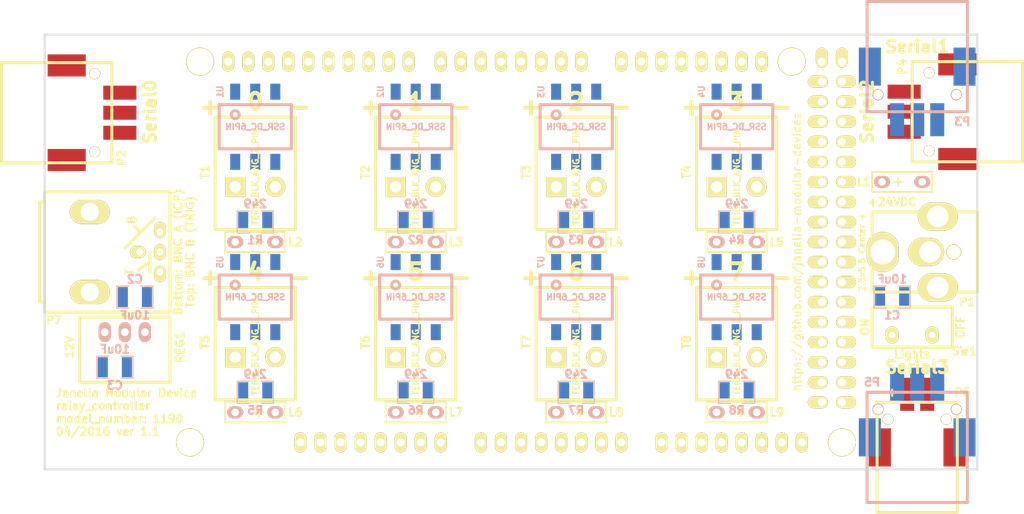
<source format=kicad_pcb>
(kicad_pcb (version 4) (host pcbnew 4.1.0-alpha+201607271302+6994~46~ubuntu16.04.1-product)

  (general
    (links 96)
    (no_connects 96)
    (area 87.439499 70.675499 218.374686 136.334501)
    (thickness 1.6)
    (drawings 40)
    (tracks 0)
    (zones 0)
    (modules 46)
    (nets 47)
  )

  (page A4)
  (title_block
    (title relay_controller)
    (rev 1.1)
  )

  (layers
    (0 F.Cu signal)
    (31 B.Cu signal)
    (32 B.Adhes user)
    (33 F.Adhes user)
    (34 B.Paste user)
    (35 F.Paste user)
    (36 B.SilkS user)
    (37 F.SilkS user)
    (38 B.Mask user)
    (39 F.Mask user)
    (40 Dwgs.User user hide)
    (41 Cmts.User user)
    (42 Eco1.User user)
    (43 Eco2.User user)
    (44 Edge.Cuts user)
    (45 Margin user)
    (46 B.CrtYd user)
    (47 F.CrtYd user)
    (48 B.Fab user)
    (49 F.Fab user)
  )

  (setup
    (last_trace_width 0.254)
    (trace_clearance 0.0254)
    (zone_clearance 0.2032)
    (zone_45_only no)
    (trace_min 0.254)
    (segment_width 0.381)
    (edge_width 0.2286)
    (via_size 0.889)
    (via_drill 0.635)
    (via_min_size 0.889)
    (via_min_drill 0.508)
    (uvia_size 0.508)
    (uvia_drill 0.127)
    (uvias_allowed no)
    (uvia_min_size 0.508)
    (uvia_min_drill 0.127)
    (pcb_text_width 0.3)
    (pcb_text_size 1.5 1.5)
    (mod_edge_width 0.381)
    (mod_text_size 1 1)
    (mod_text_width 0.15)
    (pad_size 1.016 4.4958)
    (pad_drill 0)
    (pad_to_mask_clearance 0)
    (aux_axis_origin 0 0)
    (visible_elements FFFFFF7F)
    (pcbplotparams
      (layerselection 0x000f0_ffffffff)
      (usegerberextensions true)
      (excludeedgelayer false)
      (linewidth 0.100000)
      (plotframeref false)
      (viasonmask false)
      (mode 1)
      (useauxorigin false)
      (hpglpennumber 1)
      (hpglpenspeed 20)
      (hpglpendiameter 15)
      (psnegative false)
      (psa4output false)
      (plotreference true)
      (plotvalue true)
      (plotinvisibletext false)
      (padsonsilk false)
      (subtractmaskfromsilk true)
      (outputformat 1)
      (mirror false)
      (drillshape 0)
      (scaleselection 1)
      (outputdirectory gerbers/))
  )

  (net 0 "")
  (net 1 VAA)
  (net 2 GND)
  (net 3 /V_IN)
  (net 4 /TX3)
  (net 5 /BNC_A)
  (net 6 /BNC_B)
  (net 7 /RX0)
  (net 8 /TX0)
  (net 9 /RX3)
  (net 10 /TX2)
  (net 11 /RX2)
  (net 12 /TX1)
  (net 13 /RX1)
  (net 14 /RELAY_0)
  (net 15 /RELAY_1)
  (net 16 /RELAY_2)
  (net 17 /RELAY_3)
  (net 18 /RELAY_4)
  (net 19 /RELAY_5)
  (net 20 /RELAY_6)
  (net 21 /RELAY_7)
  (net 22 "Net-(R3-Pad1)")
  (net 23 "Net-(R4-Pad1)")
  (net 24 "Net-(R5-Pad1)")
  (net 25 "Net-(R6-Pad1)")
  (net 26 "Net-(R7-Pad1)")
  (net 27 "Net-(R8-Pad1)")
  (net 28 /OUT_0+)
  (net 29 /OUT_0-)
  (net 30 /OUT_1+)
  (net 31 /OUT_1-)
  (net 32 /OUT_2+)
  (net 33 /OUT_2-)
  (net 34 /OUT_3+)
  (net 35 /OUT_3-)
  (net 36 /OUT_4+)
  (net 37 /OUT_4-)
  (net 38 /OUT_5+)
  (net 39 /OUT_5-)
  (net 40 /OUT_6+)
  (net 41 /OUT_6-)
  (net 42 /OUT_7+)
  (net 43 /OUT_7-)
  (net 44 /LED_GND)
  (net 45 "Net-(R1-Pad1)")
  (net 46 "Net-(R2-Pad1)")

  (net_class Default "This is the default net class."
    (clearance 0.0254)
    (trace_width 0.254)
    (via_dia 0.889)
    (via_drill 0.635)
    (uvia_dia 0.508)
    (uvia_drill 0.127)
  )

  (net_class GND ""
    (clearance 0.1016)
    (trace_width 0.4064)
    (via_dia 0.889)
    (via_drill 0.635)
    (uvia_dia 0.508)
    (uvia_drill 0.127)
    (add_net /LED_GND)
    (add_net GND)
  )

  (net_class LEDPOWER ""
    (clearance 0.254)
    (trace_width 0.508)
    (via_dia 0.889)
    (via_drill 0.635)
    (uvia_dia 0.508)
    (uvia_drill 0.127)
  )

  (net_class POWER ""
    (clearance 0.254)
    (trace_width 0.8128)
    (via_dia 0.889)
    (via_drill 0.635)
    (uvia_dia 0.508)
    (uvia_drill 0.127)
    (add_net /V_IN)
  )

  (net_class SIGNAL ""
    (clearance 0.1016)
    (trace_width 0.4064)
    (via_dia 0.889)
    (via_drill 0.635)
    (uvia_dia 0.508)
    (uvia_drill 0.127)
    (add_net /BNC_A)
    (add_net /BNC_B)
    (add_net /RELAY_0)
    (add_net /RELAY_1)
    (add_net /RELAY_2)
    (add_net /RELAY_3)
    (add_net /RELAY_4)
    (add_net /RELAY_5)
    (add_net /RELAY_6)
    (add_net /RELAY_7)
    (add_net /RX0)
    (add_net /RX1)
    (add_net /RX2)
    (add_net /RX3)
    (add_net /TX0)
    (add_net /TX1)
    (add_net /TX2)
    (add_net /TX3)
    (add_net "Net-(R1-Pad1)")
    (add_net "Net-(R2-Pad1)")
    (add_net "Net-(R3-Pad1)")
    (add_net "Net-(R4-Pad1)")
    (add_net "Net-(R5-Pad1)")
    (add_net "Net-(R6-Pad1)")
    (add_net "Net-(R7-Pad1)")
    (add_net "Net-(R8-Pad1)")
  )

  (net_class SUPERPOWER ""
    (clearance 0.254)
    (trace_width 1.016)
    (via_dia 0.889)
    (via_drill 0.635)
    (uvia_dia 0.508)
    (uvia_drill 0.127)
    (add_net /OUT_0+)
    (add_net /OUT_0-)
    (add_net /OUT_1+)
    (add_net /OUT_1-)
    (add_net /OUT_2+)
    (add_net /OUT_2-)
    (add_net /OUT_3+)
    (add_net /OUT_3-)
    (add_net /OUT_4+)
    (add_net /OUT_4-)
    (add_net /OUT_5+)
    (add_net /OUT_5-)
    (add_net /OUT_6+)
    (add_net /OUT_6-)
    (add_net /OUT_7+)
    (add_net /OUT_7-)
    (add_net VAA)
  )

  (module relay_controller:DC_DC_CONV_R78C (layer F.Cu) (tedit 56D078D5) (tstamp 5480CA49)
    (at 103.505 113.03 180)
    (path /5489CB72)
    (fp_text reference REG1 (at -6.985 -1.905 270) (layer F.SilkS)
      (effects (font (size 1.016 1.016) (thickness 0.254)))
    )
    (fp_text value CONV_DC_DC_12V_1A (at 6.858 -2.286 270) (layer F.SilkS) hide
      (effects (font (size 1.016 1.016) (thickness 0.254)))
    )
    (fp_line (start 5.715 1.905) (end 5.715 -6.35) (layer F.SilkS) (width 0.381))
    (fp_line (start 5.715 -6.35) (end -5.715 -6.35) (layer F.SilkS) (width 0.381))
    (fp_line (start -5.715 -6.35) (end -5.715 1.905) (layer F.SilkS) (width 0.381))
    (fp_line (start -5.715 1.905) (end 5.715 1.905) (layer F.SilkS) (width 0.381))
    (pad 2 thru_hole oval (at 0 0 180) (size 1.524 2.54) (drill 0.9906) (layers *.Cu *.SilkS *.Mask)
      (net 2 GND))
    (pad 3 thru_hole oval (at 2.54 0 180) (size 1.524 2.54) (drill 0.9906) (layers *.Cu *.SilkS *.Mask)
      (net 3 /V_IN))
    (pad 1 thru_hole oval (at -2.54 0 180) (size 1.524 2.54) (drill 0.9906) (layers *.Cu *.SilkS *.Mask)
      (net 1 VAA))
  )

  (module relay_controller:DCJACK_2PIN_HIGHCURRENT (layer F.Cu) (tedit 5488CB56) (tstamp 5480C9FD)
    (at 211.455 102.87 270)
    (path /5488FCDE)
    (fp_text reference P1 (at 6.35 1.27) (layer F.SilkS)
      (effects (font (size 1.016 1.016) (thickness 0.254)))
    )
    (fp_text value PWR_JACK_2.5x5.5 (at -6.35 10.795) (layer F.SilkS) hide
      (effects (font (size 1.016 1.016) (thickness 0.254)))
    )
    (fp_line (start -5.08 13.335) (end 5.08 13.335) (layer F.SilkS) (width 0.381))
    (fp_line (start 5.08 13.335) (end 5.08 0) (layer F.SilkS) (width 0.381))
    (fp_line (start -5.08 13.335) (end -5.08 0) (layer F.SilkS) (width 0.381))
    (fp_line (start -5.08 0) (end 5.08 0) (layer F.SilkS) (width 0.381))
    (pad "" thru_hole circle (at 0 2.9972 270) (size 1.9304 1.9304) (drill 1.6002) (layers *.Cu *.Mask F.SilkS))
    (pad 2 thru_hole oval (at 0 5.9944 270) (size 3.556 4.572) (drill 2.6924 (offset 0 0.508)) (layers *.Cu *.Mask F.SilkS)
      (net 2 GND))
    (pad 1 thru_hole oval (at 0 11.9888 270) (size 5.08 4.064) (drill 3.1496) (layers *.Cu *.Mask F.SilkS)
      (net 1 VAA))
    (pad "" thru_hole oval (at -4.4958 5.0038 270) (size 3.556 5.08) (drill 2.6924) (layers *.Cu *.Mask F.SilkS))
    (pad "" thru_hole oval (at 4.4958 5.0038 270) (size 3.556 5.08) (drill 2.6924) (layers *.Cu *.Mask F.SilkS))
  )

  (module relay_controller:BNC_DOUBLE (layer F.Cu) (tedit 56D078E1) (tstamp 56CF966E)
    (at 99.06 102.87 90)
    (path /54ADBC63)
    (fp_text reference P7 (at -8.636 -4.572) (layer F.SilkS)
      (effects (font (size 1.016 1.016) (thickness 0.254)))
    )
    (fp_text value BNC_DOUBLE_RA (at -8.636 0 180) (layer F.SilkS) hide
      (effects (font (size 1.016 1.016) (thickness 0.254)))
    )
    (fp_text user "Top: BNC B (TRIG)" (at 0 12.7 90) (layer F.SilkS)
      (effects (font (size 1.016 1.016) (thickness 0.254)))
    )
    (fp_text user "Bottom: BNC A (ICP)" (at 0 11.176 90) (layer F.SilkS)
      (effects (font (size 1.016 1.016) (thickness 0.254)))
    )
    (fp_line (start 2.54 6.35) (end 3.302 5.588) (layer F.SilkS) (width 0.381))
    (fp_line (start -1.27 7.62) (end -2.286 6.096) (layer F.SilkS) (width 0.381))
    (fp_line (start -6.35 -5.715) (end -6.35 -6.35) (layer F.SilkS) (width 0.381))
    (fp_line (start -6.35 -6.35) (end 6.35 -6.35) (layer F.SilkS) (width 0.381))
    (fp_line (start 6.35 -6.35) (end 6.35 -5.715) (layer F.SilkS) (width 0.381))
    (fp_line (start -7.62 -5.715) (end -7.62 10.16) (layer F.SilkS) (width 0.381))
    (fp_line (start -7.62 10.16) (end 7.62 10.16) (layer F.SilkS) (width 0.381))
    (fp_line (start 7.62 10.16) (end 7.62 -5.715) (layer F.SilkS) (width 0.381))
    (fp_line (start 7.62 -5.715) (end -7.62 -5.715) (layer F.SilkS) (width 0.381))
    (fp_text user B (at 4.064 5.334 90) (layer F.SilkS)
      (effects (font (size 1.016 1.016) (thickness 0.254)))
    )
    (fp_line (start 4.318 8.255) (end 0.508 4.445) (layer F.SilkS) (width 0.381))
    (fp_text user T (at -2.54 5.08 90) (layer F.SilkS)
      (effects (font (size 1.016 1.016) (thickness 0.254)))
    )
    (fp_line (start 0 7.62) (end -2.54 7.62) (layer F.SilkS) (width 0.381))
    (pad "" thru_hole oval (at -5.08 0 90) (size 3.048 5.08) (drill 2.286) (layers *.Cu *.Mask F.SilkS))
    (pad "" thru_hole oval (at 5.08 0 90) (size 3.048 5.08) (drill 2.286) (layers *.Cu *.Mask F.SilkS))
    (pad 1 thru_hole oval (at 0 6.35 90) (size 1.524 2.032) (drill 0.889 (offset 0 -0.254)) (layers *.Cu *.Mask F.SilkS)
      (net 5 /BNC_A))
    (pad 3 thru_hole oval (at 0 8.89 90) (size 2.032 1.524) (drill 0.889) (layers *.Cu *.Mask F.SilkS)
      (net 6 /BNC_B))
    (pad 2 thru_hole oval (at 2.54 8.89 90) (size 2.032 1.524) (drill 0.889 (offset 0.254 0)) (layers *.Cu *.Mask F.SilkS)
      (net 2 GND))
    (pad 4 thru_hole oval (at -2.54 8.89 90) (size 2.032 1.524) (drill 0.889 (offset -0.254 0)) (layers *.Cu *.Mask F.SilkS)
      (net 2 GND))
  )

  (module relay_controller:ARDUINO_MEGA_SHIELD (layer F.Cu) (tedit 56D06BD8) (tstamp 5488C98D)
    (at 97.79 129.54)
    (path /54AD3990)
    (fp_text reference ARDUINO1 (at 26.035 -41.275) (layer F.SilkS) hide
      (effects (font (thickness 0.3048)))
    )
    (fp_text value ARDUINO_MEGA (at 25.4 -38.1) (layer F.SilkS) hide
      (effects (font (thickness 0.3048)))
    )
    (fp_circle (center 66.04 -7.62) (end 66.04 -9.525) (layer Dwgs.User) (width 0.381))
    (fp_circle (center 66.04 -35.56) (end 66.04 -37.465) (layer Dwgs.User) (width 0.381))
    (fp_text user USB (at 3.81 -38.1) (layer F.SilkS) hide
      (effects (font (thickness 0.3048)))
    )
    (fp_line (start 62.23 -24.13) (end 67.31 -24.13) (layer Dwgs.User) (width 0.381))
    (fp_line (start 67.31 -24.13) (end 67.31 -31.75) (layer Dwgs.User) (width 0.381))
    (fp_line (start 67.31 -31.75) (end 62.23 -31.75) (layer Dwgs.User) (width 0.381))
    (fp_line (start 62.23 -31.75) (end 62.23 -24.13) (layer Dwgs.User) (width 0.381))
    (fp_line (start 14.605 -43.815) (end 14.605 -48.26) (layer Dwgs.User) (width 0.381))
    (fp_line (start 17.145 -48.895) (end 22.225 -48.895) (layer Dwgs.User) (width 0.381))
    (fp_line (start 22.225 -48.895) (end 22.225 -43.815) (layer Dwgs.User) (width 0.381))
    (fp_line (start 22.225 -43.815) (end 14.605 -43.815) (layer Dwgs.User) (width 0.381))
    (fp_circle (center 74.295 -27.94) (end 74.295 -31.115) (layer Dwgs.User) (width 0.381))
    (fp_line (start -6.35 -31.75) (end -6.35 -44.45) (layer Dwgs.User) (width 0.381))
    (fp_line (start -6.35 -44.45) (end 9.525 -44.45) (layer Dwgs.User) (width 0.381))
    (fp_line (start 9.525 -44.45) (end 9.525 -31.75) (layer Dwgs.User) (width 0.381))
    (fp_line (start 9.525 -31.75) (end -6.35 -31.75) (layer Dwgs.User) (width 0.381))
    (fp_line (start 66.04 -0.635) (end 66.04 0) (layer Dwgs.User) (width 0.381))
    (fp_line (start 67.31 -3.81) (end 68.58 -5.08) (layer Dwgs.User) (width 0.381))
    (fp_line (start -2.54 -3.175) (end -2.54 -13.335) (layer Dwgs.User) (width 0.381))
    (fp_line (start -2.54 -13.335) (end 11.43 -13.335) (layer Dwgs.User) (width 0.381))
    (fp_line (start 11.43 -13.335) (end 11.43 -3.175) (layer Dwgs.User) (width 0.381))
    (fp_line (start 11.43 -3.175) (end -2.54 -3.175) (layer Dwgs.User) (width 0.381))
    (fp_line (start 64.77 -53.34) (end 66.04 -52.07) (layer Dwgs.User) (width 0.381))
    (fp_line (start 66.04 -52.07) (end 66.04 -40.64) (layer Dwgs.User) (width 0.381))
    (fp_line (start 66.04 -40.64) (end 68.58 -38.1) (layer Dwgs.User) (width 0.381))
    (fp_line (start 68.58 -38.1) (end 68.58 -5.08) (layer Dwgs.User) (width 0.381))
    (fp_line (start 0 0) (end 0 -53.34) (layer Dwgs.User) (width 0.381))
    (fp_line (start 0 -53.34) (end 96.52 -53.34) (layer Dwgs.User) (width 0.381))
    (fp_line (start 96.52 -53.34) (end 99.06 -50.8) (layer Dwgs.User) (width 0.381))
    (fp_line (start 99.06 -50.8) (end 99.06 -40.64) (layer Dwgs.User) (width 0.381))
    (fp_line (start 99.06 -40.64) (end 101.6 -38.1) (layer Dwgs.User) (width 0.381))
    (fp_line (start 101.6 -38.1) (end 101.6 -3.81) (layer Dwgs.User) (width 0.381))
    (fp_line (start 101.6 -3.81) (end 99.06 -1.27) (layer Dwgs.User) (width 0.381))
    (fp_line (start 99.06 -1.27) (end 99.06 0) (layer Dwgs.User) (width 0.381))
    (fp_line (start 99.06 0) (end 0 0) (layer Dwgs.User) (width 0.381))
    (pad "" thru_hole circle (at 13.97 -2.54) (size 3.556 3.556) (drill 3.302) (layers *.Cu *.Mask F.SilkS)
      (solder_mask_margin 0.1016) (clearance 0.1016))
    (pad "" thru_hole circle (at 15.24 -50.8) (size 3.556 3.556) (drill 3.302) (layers *.Cu *.Mask F.SilkS)
      (solder_mask_margin 0.1016) (clearance 0.1016))
    (pad "" thru_hole circle (at 96.52 -2.54) (size 3.556 3.556) (drill 3.302) (layers *.Cu *.Mask F.SilkS)
      (solder_mask_margin 0.1016) (clearance 0.1016))
    (pad "" thru_hole circle (at 90.17 -50.8) (size 3.556 3.556) (drill 3.302) (layers *.Cu *.Mask F.SilkS)
      (solder_mask_margin 0.1016) (clearance 0.1016))
    (pad NC thru_hole oval (at 27.94 -2.54 90) (size 2.54 1.524) (drill 1.016) (layers *.Cu *.Mask F.SilkS))
    (pad IREF thru_hole oval (at 30.48 -2.54 90) (size 2.54 1.524) (drill 1.016) (layers *.Cu *.Mask F.SilkS))
    (pad RST thru_hole oval (at 33.02 -2.54 90) (size 2.54 1.524) (drill 1.016) (layers *.Cu *.Mask F.SilkS))
    (pad 3V3 thru_hole oval (at 35.56 -2.54 90) (size 2.54 1.524) (drill 1.016) (layers *.Cu *.Mask F.SilkS))
    (pad 5V_1 thru_hole oval (at 38.1 -2.54 90) (size 2.54 1.524) (drill 1.016) (layers *.Cu *.Mask F.SilkS))
    (pad GND1 thru_hole oval (at 40.64 -2.54 90) (size 2.54 1.524) (drill 1.016) (layers *.Cu *.Mask F.SilkS)
      (net 2 GND))
    (pad GND2 thru_hole oval (at 43.18 -2.54 90) (size 2.54 1.524) (drill 1.016) (layers *.Cu *.Mask F.SilkS)
      (net 2 GND))
    (pad V_IN thru_hole oval (at 45.72 -2.54 90) (size 2.54 1.524) (drill 1.016) (layers *.Cu *.Mask F.SilkS)
      (net 3 /V_IN))
    (pad A0 thru_hole oval (at 50.8 -2.54 90) (size 2.54 1.524) (drill 1.016) (layers *.Cu *.Mask F.SilkS))
    (pad A1 thru_hole oval (at 53.34 -2.54 90) (size 2.54 1.524) (drill 1.016) (layers *.Cu *.Mask F.SilkS))
    (pad A2 thru_hole oval (at 55.88 -2.54 90) (size 2.54 1.524) (drill 1.016) (layers *.Cu *.Mask F.SilkS))
    (pad A3 thru_hole oval (at 58.42 -2.54 90) (size 2.54 1.524) (drill 1.016) (layers *.Cu *.Mask F.SilkS))
    (pad A4 thru_hole oval (at 60.96 -2.54 90) (size 2.54 1.524) (drill 1.016) (layers *.Cu *.Mask F.SilkS))
    (pad A5 thru_hole oval (at 63.5 -2.54 90) (size 2.54 1.524) (drill 1.016) (layers *.Cu *.Mask F.SilkS))
    (pad A6 thru_hole oval (at 66.04 -2.54 90) (size 2.54 1.524) (drill 1.016) (layers *.Cu *.Mask F.SilkS))
    (pad A7 thru_hole oval (at 68.58 -2.54 90) (size 2.54 1.524) (drill 1.016) (layers *.Cu *.Mask F.SilkS))
    (pad A8 thru_hole oval (at 73.66 -2.54 90) (size 2.54 1.524) (drill 1.016) (layers *.Cu *.Mask F.SilkS))
    (pad A9 thru_hole oval (at 76.2 -2.54 90) (size 2.54 1.524) (drill 1.016) (layers *.Cu *.Mask F.SilkS))
    (pad A10 thru_hole oval (at 78.74 -2.54 90) (size 2.54 1.524) (drill 1.016) (layers *.Cu *.Mask F.SilkS))
    (pad A11 thru_hole oval (at 81.28 -2.54 90) (size 2.54 1.524) (drill 1.016) (layers *.Cu *.Mask F.SilkS))
    (pad A12 thru_hole oval (at 83.82 -2.54 90) (size 2.54 1.524) (drill 1.016) (layers *.Cu *.Mask F.SilkS))
    (pad A13 thru_hole oval (at 86.36 -2.54 90) (size 2.54 1.524) (drill 1.016) (layers *.Cu *.Mask F.SilkS))
    (pad A14 thru_hole oval (at 88.9 -2.54 90) (size 2.54 1.524) (drill 1.016) (layers *.Cu *.Mask F.SilkS))
    (pad A15 thru_hole oval (at 91.44 -2.54 90) (size 2.54 1.524) (drill 1.016) (layers *.Cu *.Mask F.SilkS))
    (pad 21B thru_hole oval (at 18.796 -50.8 90) (size 2.54 1.524) (drill 1.016) (layers *.Cu *.Mask F.SilkS))
    (pad 20B thru_hole oval (at 21.336 -50.8 90) (size 2.54 1.524) (drill 1.016) (layers *.Cu *.Mask F.SilkS))
    (pad AREF thru_hole oval (at 23.876 -50.8 90) (size 2.54 1.524) (drill 1.016) (layers *.Cu *.Mask F.SilkS))
    (pad GND3 thru_hole oval (at 26.416 -50.8 90) (size 2.54 1.524) (drill 1.016) (layers *.Cu *.Mask F.SilkS))
    (pad 13 thru_hole oval (at 28.956 -50.8 90) (size 2.54 1.524) (drill 1.016) (layers *.Cu *.Mask F.SilkS))
    (pad 12 thru_hole oval (at 31.496 -50.8 90) (size 2.54 1.524) (drill 1.016) (layers *.Cu *.Mask F.SilkS)
      (net 18 /RELAY_4))
    (pad 11 thru_hole oval (at 34.036 -50.8 90) (size 2.54 1.524) (drill 1.016) (layers *.Cu *.Mask F.SilkS)
      (net 17 /RELAY_3))
    (pad 10 thru_hole oval (at 36.576 -50.8 90) (size 2.54 1.524) (drill 1.016) (layers *.Cu *.Mask F.SilkS)
      (net 16 /RELAY_2))
    (pad 9 thru_hole oval (at 39.116 -50.8 90) (size 2.54 1.524) (drill 1.016) (layers *.Cu *.Mask F.SilkS)
      (net 15 /RELAY_1))
    (pad 8 thru_hole oval (at 41.656 -50.8 90) (size 2.54 1.524) (drill 1.016) (layers *.Cu *.Mask F.SilkS)
      (net 14 /RELAY_0))
    (pad 7 thru_hole oval (at 45.72 -50.8 90) (size 2.54 1.524) (drill 1.016) (layers *.Cu *.Mask F.SilkS))
    (pad 0 thru_hole oval (at 63.5 -50.8 90) (size 2.54 1.524) (drill 1.016) (layers *.Cu *.Mask F.SilkS)
      (net 7 /RX0))
    (pad 1 thru_hole oval (at 60.96 -50.8 90) (size 2.54 1.524) (drill 1.016) (layers *.Cu *.Mask F.SilkS)
      (net 8 /TX0))
    (pad 2 thru_hole oval (at 58.42 -50.8 90) (size 2.54 1.524) (drill 1.016) (layers *.Cu *.Mask F.SilkS))
    (pad 3 thru_hole oval (at 55.88 -50.8 90) (size 2.54 1.524) (drill 1.016) (layers *.Cu *.Mask F.SilkS)
      (net 6 /BNC_B))
    (pad 4 thru_hole oval (at 53.34 -50.8 90) (size 2.54 1.524) (drill 1.016) (layers *.Cu *.Mask F.SilkS))
    (pad 5 thru_hole oval (at 50.8 -50.8 90) (size 2.54 1.524) (drill 1.016) (layers *.Cu *.Mask F.SilkS))
    (pad 6 thru_hole oval (at 48.26 -50.8 90) (size 2.54 1.524) (drill 1.016) (layers *.Cu *.Mask F.SilkS))
    (pad 14 thru_hole oval (at 68.58 -50.8 90) (size 2.54 1.524) (drill 1.016) (layers *.Cu *.Mask F.SilkS)
      (net 4 /TX3))
    (pad 15 thru_hole oval (at 71.12 -50.8 90) (size 2.54 1.524) (drill 1.016) (layers *.Cu *.Mask F.SilkS)
      (net 9 /RX3))
    (pad 16 thru_hole oval (at 73.66 -50.8 90) (size 2.54 1.524) (drill 1.016) (layers *.Cu *.Mask F.SilkS)
      (net 10 /TX2))
    (pad 17 thru_hole oval (at 76.2 -50.8 90) (size 2.54 1.524) (drill 1.016) (layers *.Cu *.Mask F.SilkS)
      (net 11 /RX2))
    (pad 18 thru_hole oval (at 78.74 -50.8 90) (size 2.54 1.524) (drill 1.016) (layers *.Cu *.Mask F.SilkS)
      (net 12 /TX1))
    (pad 19 thru_hole oval (at 81.28 -50.8 90) (size 2.54 1.524) (drill 1.016) (layers *.Cu *.Mask F.SilkS)
      (net 13 /RX1))
    (pad 20 thru_hole oval (at 83.82 -50.8 90) (size 2.54 1.524) (drill 1.016) (layers *.Cu *.Mask F.SilkS))
    (pad 21 thru_hole oval (at 86.36 -50.8 90) (size 2.54 1.524) (drill 1.016) (layers *.Cu *.Mask F.SilkS))
    (pad 5V_4 thru_hole oval (at 93.98 -50.8 90) (size 2.54 1.524) (drill 1.016 (offset 0.508 0)) (layers *.Cu *.Mask F.SilkS))
    (pad 5V_5 thru_hole oval (at 96.52 -50.8 90) (size 2.54 1.524) (drill 1.016 (offset 0.508 0)) (layers *.Cu *.Mask F.SilkS))
    (pad 22 thru_hole oval (at 93.98 -48.26 90) (size 1.524 2.54) (drill 1.016 (offset 0 -0.508)) (layers *.Cu *.Mask F.SilkS))
    (pad 23 thru_hole oval (at 96.52 -48.26 90) (size 1.524 2.54) (drill 1.016 (offset 0 0.508)) (layers *.Cu *.Mask F.SilkS))
    (pad 24 thru_hole oval (at 93.98 -45.72 90) (size 1.524 2.54) (drill 1.016 (offset 0 -0.508)) (layers *.Cu *.Mask F.SilkS))
    (pad 25 thru_hole oval (at 96.52 -45.72 90) (size 1.524 2.54) (drill 1.016 (offset 0 0.508)) (layers *.Cu *.Mask F.SilkS))
    (pad 26 thru_hole oval (at 93.98 -43.18 90) (size 1.524 2.54) (drill 1.016 (offset 0 -0.508)) (layers *.Cu *.Mask F.SilkS))
    (pad 27 thru_hole oval (at 96.52 -43.18 90) (size 1.524 2.54) (drill 1.016 (offset 0 0.508)) (layers *.Cu *.Mask F.SilkS))
    (pad 28 thru_hole oval (at 93.98 -40.64 90) (size 1.524 2.54) (drill 1.016 (offset 0 -0.508)) (layers *.Cu *.Mask F.SilkS))
    (pad 29 thru_hole oval (at 96.52 -40.64 90) (size 1.524 2.54) (drill 1.016 (offset 0 0.508)) (layers *.Cu *.Mask F.SilkS))
    (pad 30 thru_hole oval (at 93.98 -38.1 90) (size 1.524 2.54) (drill 1.016 (offset 0 -0.508)) (layers *.Cu *.Mask F.SilkS))
    (pad 31 thru_hole oval (at 96.52 -38.1 90) (size 1.524 2.54) (drill 1.016 (offset 0 0.508)) (layers *.Cu *.Mask F.SilkS))
    (pad 32 thru_hole oval (at 93.98 -35.56 90) (size 1.524 2.54) (drill 1.016 (offset 0 -0.508)) (layers *.Cu *.Mask F.SilkS))
    (pad 33 thru_hole oval (at 96.52 -35.56 90) (size 1.524 2.54) (drill 1.016 (offset 0 0.508)) (layers *.Cu *.Mask F.SilkS))
    (pad 34 thru_hole oval (at 93.98 -33.02 90) (size 1.524 2.54) (drill 1.016 (offset 0 -0.508)) (layers *.Cu *.Mask F.SilkS))
    (pad 35 thru_hole oval (at 96.52 -33.02 90) (size 1.524 2.54) (drill 1.016 (offset 0 0.508)) (layers *.Cu *.Mask F.SilkS))
    (pad 36 thru_hole oval (at 93.98 -30.48 90) (size 1.524 2.54) (drill 1.016 (offset 0 -0.508)) (layers *.Cu *.Mask F.SilkS))
    (pad 37 thru_hole oval (at 96.52 -30.48 90) (size 1.524 2.54) (drill 1.016 (offset 0 0.508)) (layers *.Cu *.Mask F.SilkS))
    (pad 38 thru_hole oval (at 93.98 -27.94 90) (size 1.524 2.54) (drill 1.016 (offset 0 -0.508)) (layers *.Cu *.Mask F.SilkS))
    (pad 39 thru_hole oval (at 96.52 -27.94 90) (size 1.524 2.54) (drill 1.016 (offset 0 0.508)) (layers *.Cu *.Mask F.SilkS))
    (pad 40 thru_hole oval (at 93.98 -25.4 90) (size 1.524 2.54) (drill 1.016 (offset 0 -0.508)) (layers *.Cu *.Mask F.SilkS))
    (pad 41 thru_hole oval (at 96.52 -25.4 90) (size 1.524 2.54) (drill 1.016 (offset 0 0.508)) (layers *.Cu *.Mask F.SilkS))
    (pad 42 thru_hole oval (at 93.98 -22.86 90) (size 1.524 2.54) (drill 1.016 (offset 0 -0.508)) (layers *.Cu *.Mask F.SilkS))
    (pad 43 thru_hole oval (at 96.52 -22.86 90) (size 1.524 2.54) (drill 1.016 (offset 0 0.508)) (layers *.Cu *.Mask F.SilkS))
    (pad 44 thru_hole oval (at 93.98 -20.32 90) (size 1.524 2.54) (drill 1.016 (offset 0 -0.508)) (layers *.Cu *.Mask F.SilkS)
      (net 19 /RELAY_5))
    (pad 45 thru_hole oval (at 96.52 -20.32 90) (size 1.524 2.54) (drill 1.016 (offset 0 0.508)) (layers *.Cu *.Mask F.SilkS)
      (net 20 /RELAY_6))
    (pad 46 thru_hole oval (at 93.98 -17.78 90) (size 1.524 2.54) (drill 1.016 (offset 0 -0.508)) (layers *.Cu *.Mask F.SilkS)
      (net 21 /RELAY_7))
    (pad 47 thru_hole oval (at 96.52 -17.78 90) (size 1.524 2.54) (drill 1.016 (offset 0 0.508)) (layers *.Cu *.Mask F.SilkS))
    (pad 48 thru_hole oval (at 93.98 -15.24 90) (size 1.524 2.54) (drill 1.016 (offset 0 -0.508)) (layers *.Cu *.Mask F.SilkS)
      (net 5 /BNC_A))
    (pad 49 thru_hole oval (at 96.52 -15.24 90) (size 1.524 2.54) (drill 1.016 (offset 0 0.508)) (layers *.Cu *.Mask F.SilkS))
    (pad 50 thru_hole oval (at 93.98 -12.7 90) (size 1.524 2.54) (drill 1.016 (offset 0 -0.508)) (layers *.Cu *.Mask F.SilkS))
    (pad 51 thru_hole oval (at 96.52 -12.7 90) (size 1.524 2.54) (drill 1.016 (offset 0 0.508)) (layers *.Cu *.Mask F.SilkS))
    (pad 52 thru_hole oval (at 93.98 -10.16 90) (size 1.524 2.54) (drill 1.016 (offset 0 -0.508)) (layers *.Cu *.Mask F.SilkS))
    (pad 53 thru_hole oval (at 96.52 -10.16 90) (size 1.524 2.54) (drill 1.016 (offset 0 0.508)) (layers *.Cu *.Mask F.SilkS))
    (pad GND4 thru_hole oval (at 93.98 -7.62 90) (size 1.524 2.54) (drill 1.016 (offset 0 -0.508)) (layers *.Cu *.Mask F.SilkS))
    (pad GND5 thru_hole oval (at 96.52 -7.62 90) (size 1.524 2.54) (drill 1.016 (offset 0 0.508)) (layers *.Cu *.Mask F.SilkS))
  )

  (module relay_controller:SPST_SLIDE_AS (layer F.Cu) (tedit 56D0743B) (tstamp 56CFA2C6)
    (at 203.2 112.395 90)
    (path /56CFEB9B)
    (fp_text reference SW1 (at -3.048 6.604 180) (layer F.SilkS)
      (effects (font (size 1.016 1.016) (thickness 0.254)))
    )
    (fp_text value SPST_SLIDE_AS (at 3.81 0 180) (layer F.SilkS) hide
      (effects (font (size 1.016 1.016) (thickness 0.254)))
    )
    (fp_text user OFF (at 0 6.096 90) (layer F.SilkS)
      (effects (font (size 1.016 1.016) (thickness 0.254)))
    )
    (fp_text user ON (at 0 -5.969 90) (layer F.SilkS)
      (effects (font (size 1.016 1.016) (thickness 0.254)))
    )
    (fp_line (start -2.54 -5.08) (end 2.54 -5.08) (layer F.SilkS) (width 0.381))
    (fp_line (start 2.54 -5.08) (end 2.54 5.08) (layer F.SilkS) (width 0.381))
    (fp_line (start 2.54 5.08) (end -2.54 5.08) (layer F.SilkS) (width 0.381))
    (fp_line (start -2.54 5.08) (end -2.54 -5.08) (layer F.SilkS) (width 0.381))
    (pad 1 thru_hole oval (at -0.9906 -2.54 90) (size 2.159 1.651) (drill 0.7874) (layers *.Cu *.Mask F.SilkS)
      (net 2 GND))
    (pad 3 thru_hole oval (at -0.9906 2.54 90) (size 2.159 1.651) (drill 0.7874) (layers *.Cu *.Mask F.SilkS)
      (net 44 /LED_GND))
  )

  (module relay_controller:Header_3_Pin_SMD_RA (layer F.Cu) (tedit 56D07500) (tstamp 56CF961B)
    (at 96.139 85.217 90)
    (path /56CE8FE8)
    (fp_text reference P2 (at -5.715 6.985 90) (layer F.SilkS)
      (effects (font (size 1.016 1.016) (thickness 0.254)))
    )
    (fp_text value HEADER_01X03_SMD_RA (at 0.635 -3.81 90) (layer F.SilkS) hide
      (effects (font (thickness 0.3048)))
    )
    (fp_line (start -6.35 -8.255) (end 6.35 -8.255) (layer F.SilkS) (width 0.381))
    (fp_line (start 6.35 -8.255) (end 6.35 5.715) (layer F.SilkS) (width 0.381))
    (fp_line (start -6.35 -8.255) (end -6.35 5.715) (layer F.SilkS) (width 0.381))
    (fp_line (start -6.35 5.715) (end 6.35 5.715) (layer F.SilkS) (width 0.381))
    (pad 1 smd rect (at -2.54 6.731 90) (size 1.778 4.191) (layers F.Cu F.Paste F.Mask)
      (net 7 /RX0))
    (pad 2 smd rect (at 0 6.731 90) (size 1.778 4.191) (layers F.Cu F.Paste F.Mask)
      (net 2 GND))
    (pad 3 smd rect (at 2.54 6.731 90) (size 1.778 4.191) (layers F.Cu F.Paste F.Mask)
      (net 8 /TX0))
    (pad "" thru_hole circle (at -4.953 3.556 90) (size 1.397 1.397) (drill 1.1938) (layers *.Cu *.Mask F.SilkS)
      (solder_mask_margin 0.1016) (clearance 0.1016))
    (pad "" thru_hole circle (at 4.953 3.556 90) (size 1.397 1.397) (drill 1.1938) (layers *.Cu *.Mask F.SilkS)
      (solder_mask_margin 0.1016) (clearance 0.1016))
    (pad "" smd rect (at -5.9944 0 90) (size 2.794 4.826) (layers F.Cu F.Paste F.Mask)
      (solder_mask_margin 0.1016) (clearance 0.1016))
    (pad "" smd rect (at 5.9944 0 90) (size 2.794 4.826) (layers F.Cu F.Paste F.Mask)
      (solder_mask_margin 0.1016) (clearance 0.1016))
  )

  (module relay_controller:Header_3_Pin_SMD_RA (layer B.Cu) (tedit 56D07500) (tstamp 56CF962C)
    (at 203.835 79.375 180)
    (path /56CEA77A)
    (fp_text reference P3 (at -5.715 -6.985 180) (layer B.SilkS)
      (effects (font (size 1.016 1.016) (thickness 0.254)) (justify mirror))
    )
    (fp_text value HEADER_01X03_SMD_RA (at 0.635 3.81 180) (layer B.SilkS) hide
      (effects (font (thickness 0.3048)) (justify mirror))
    )
    (fp_line (start -6.35 8.255) (end 6.35 8.255) (layer B.SilkS) (width 0.381))
    (fp_line (start 6.35 8.255) (end 6.35 -5.715) (layer B.SilkS) (width 0.381))
    (fp_line (start -6.35 8.255) (end -6.35 -5.715) (layer B.SilkS) (width 0.381))
    (fp_line (start -6.35 -5.715) (end 6.35 -5.715) (layer B.SilkS) (width 0.381))
    (pad 1 smd rect (at -2.54 -6.731 180) (size 1.778 4.191) (layers B.Cu B.Paste B.Mask)
      (net 13 /RX1))
    (pad 2 smd rect (at 0 -6.731 180) (size 1.778 4.191) (layers B.Cu B.Paste B.Mask)
      (net 2 GND))
    (pad 3 smd rect (at 2.54 -6.731 180) (size 1.778 4.191) (layers B.Cu B.Paste B.Mask)
      (net 12 /TX1))
    (pad "" thru_hole circle (at -4.953 -3.556 180) (size 1.397 1.397) (drill 1.1938) (layers *.Cu *.Mask B.SilkS)
      (solder_mask_margin 0.1016) (clearance 0.1016))
    (pad "" thru_hole circle (at 4.953 -3.556 180) (size 1.397 1.397) (drill 1.1938) (layers *.Cu *.Mask B.SilkS)
      (solder_mask_margin 0.1016) (clearance 0.1016))
    (pad "" smd rect (at -5.9944 0 180) (size 2.794 4.826) (layers B.Cu B.Paste B.Mask)
      (solder_mask_margin 0.1016) (clearance 0.1016))
    (pad "" smd rect (at 5.9944 0 180) (size 2.794 4.826) (layers B.Cu B.Paste B.Mask)
      (solder_mask_margin 0.1016) (clearance 0.1016))
  )

  (module relay_controller:Header_3_Pin_SMD_RA (layer F.Cu) (tedit 56D07500) (tstamp 56CF963D)
    (at 208.915 85.09 270)
    (path /56CEA9F2)
    (fp_text reference P4 (at -5.715 6.985 270) (layer F.SilkS)
      (effects (font (size 1.016 1.016) (thickness 0.254)))
    )
    (fp_text value HEADER_01X03_SMD_RA (at 0.635 -3.81 270) (layer F.SilkS) hide
      (effects (font (thickness 0.3048)))
    )
    (fp_line (start -6.35 -8.255) (end 6.35 -8.255) (layer F.SilkS) (width 0.381))
    (fp_line (start 6.35 -8.255) (end 6.35 5.715) (layer F.SilkS) (width 0.381))
    (fp_line (start -6.35 -8.255) (end -6.35 5.715) (layer F.SilkS) (width 0.381))
    (fp_line (start -6.35 5.715) (end 6.35 5.715) (layer F.SilkS) (width 0.381))
    (pad 1 smd rect (at -2.54 6.731 270) (size 1.778 4.191) (layers F.Cu F.Paste F.Mask)
      (net 11 /RX2))
    (pad 2 smd rect (at 0 6.731 270) (size 1.778 4.191) (layers F.Cu F.Paste F.Mask)
      (net 2 GND))
    (pad 3 smd rect (at 2.54 6.731 270) (size 1.778 4.191) (layers F.Cu F.Paste F.Mask)
      (net 10 /TX2))
    (pad "" thru_hole circle (at -4.953 3.556 270) (size 1.397 1.397) (drill 1.1938) (layers *.Cu *.Mask F.SilkS)
      (solder_mask_margin 0.1016) (clearance 0.1016))
    (pad "" thru_hole circle (at 4.953 3.556 270) (size 1.397 1.397) (drill 1.1938) (layers *.Cu *.Mask F.SilkS)
      (solder_mask_margin 0.1016) (clearance 0.1016))
    (pad "" smd rect (at -5.9944 0 270) (size 2.794 4.826) (layers F.Cu F.Paste F.Mask)
      (solder_mask_margin 0.1016) (clearance 0.1016))
    (pad "" smd rect (at 5.9944 0 270) (size 2.794 4.826) (layers F.Cu F.Paste F.Mask)
      (solder_mask_margin 0.1016) (clearance 0.1016))
  )

  (module relay_controller:Header_3_Pin_SMD_RA (layer B.Cu) (tedit 56D07500) (tstamp 56CF964E)
    (at 203.835 126.365)
    (path /56CEAAE8)
    (fp_text reference P5 (at -5.715 -6.985) (layer B.SilkS)
      (effects (font (size 1.016 1.016) (thickness 0.254)) (justify mirror))
    )
    (fp_text value HEADER_01X03_SMD_RA (at 0.635 3.81) (layer B.SilkS) hide
      (effects (font (thickness 0.3048)) (justify mirror))
    )
    (fp_line (start -6.35 8.255) (end 6.35 8.255) (layer B.SilkS) (width 0.381))
    (fp_line (start 6.35 8.255) (end 6.35 -5.715) (layer B.SilkS) (width 0.381))
    (fp_line (start -6.35 8.255) (end -6.35 -5.715) (layer B.SilkS) (width 0.381))
    (fp_line (start -6.35 -5.715) (end 6.35 -5.715) (layer B.SilkS) (width 0.381))
    (pad 1 smd rect (at -2.54 -6.731) (size 1.778 4.191) (layers B.Cu B.Paste B.Mask)
      (net 9 /RX3))
    (pad 2 smd rect (at 0 -6.731) (size 1.778 4.191) (layers B.Cu B.Paste B.Mask)
      (net 2 GND))
    (pad 3 smd rect (at 2.54 -6.731) (size 1.778 4.191) (layers B.Cu B.Paste B.Mask)
      (net 4 /TX3))
    (pad "" thru_hole circle (at -4.953 -3.556) (size 1.397 1.397) (drill 1.1938) (layers *.Cu *.Mask B.SilkS)
      (solder_mask_margin 0.1016) (clearance 0.1016))
    (pad "" thru_hole circle (at 4.953 -3.556) (size 1.397 1.397) (drill 1.1938) (layers *.Cu *.Mask B.SilkS)
      (solder_mask_margin 0.1016) (clearance 0.1016))
    (pad "" smd rect (at -5.9944 0) (size 2.794 4.826) (layers B.Cu B.Paste B.Mask)
      (solder_mask_margin 0.1016) (clearance 0.1016))
    (pad "" smd rect (at 5.9944 0) (size 2.794 4.826) (layers B.Cu B.Paste B.Mask)
      (solder_mask_margin 0.1016) (clearance 0.1016))
  )

  (module relay_controller:Header_2_Pin_SMD_RA (layer F.Cu) (tedit 56D71283) (tstamp 56CF965F)
    (at 203.835 127.635 180)
    (path /56CF00ED)
    (fp_text reference P6 (at -5.715 6.985) (layer F.SilkS)
      (effects (font (size 1.016 1.016) (thickness 0.254)))
    )
    (fp_text value HEADER_01X02_SMD_RA (at 0.635 -3.81 180) (layer F.SilkS) hide
      (effects (font (thickness 0.3048)))
    )
    (fp_line (start -5.08 -8.255) (end 5.08 -8.255) (layer F.SilkS) (width 0.381))
    (fp_line (start 5.08 -8.255) (end 5.08 5.715) (layer F.SilkS) (width 0.381))
    (fp_line (start -5.08 -8.255) (end -5.08 5.715) (layer F.SilkS) (width 0.381))
    (fp_line (start -5.08 5.715) (end 5.08 5.715) (layer F.SilkS) (width 0.381))
    (pad 1 smd rect (at -1.27 6.731 180) (size 1.778 4.191) (layers F.Cu F.Paste F.Mask)
      (net 2 GND))
    (pad 2 smd rect (at 1.27 6.731 180) (size 1.778 4.191) (layers F.Cu F.Paste F.Mask)
      (net 1 VAA))
    (pad "" thru_hole circle (at -3.683 3.556 180) (size 1.397 1.397) (drill 1.1938) (layers *.Cu *.Mask F.SilkS)
      (solder_mask_margin 0.1016) (clearance 0.1016))
    (pad "" thru_hole circle (at 3.683 3.556 180) (size 1.397 1.397) (drill 1.1938) (layers *.Cu *.Mask F.SilkS)
      (solder_mask_margin 0.1016) (clearance 0.1016))
    (pad "" smd rect (at -4.7244 0 180) (size 2.794 4.826) (layers F.Cu F.Paste F.Mask)
      (solder_mask_margin 0.1016) (clearance 0.1016))
    (pad "" smd rect (at 4.7244 0 180) (size 2.794 4.826) (layers F.Cu F.Paste F.Mask)
      (solder_mask_margin 0.1016) (clearance 0.1016))
  )

  (module relay_controller:ASSR-1611 (layer B.Cu) (tedit 56B24BF9) (tstamp 57041951)
    (at 120.015 86.995 270)
    (path /5702DD02)
    (fp_text reference U1 (at -4.445 4.445 270) (layer B.SilkS)
      (effects (font (size 0.762 0.762) (thickness 0.1905)) (justify mirror))
    )
    (fp_text value SSR_DC_6PIN (at 0 0 180) (layer B.SilkS)
      (effects (font (size 0.762 0.762) (thickness 0.1905)) (justify mirror))
    )
    (fp_circle (center -1.524 2.54) (end -1.524 3.048) (layer B.SilkS) (width 0.381))
    (fp_line (start -2.794 4.572) (end -2.794 -4.572) (layer B.SilkS) (width 0.381))
    (fp_line (start -2.794 -4.572) (end 2.794 -4.572) (layer B.SilkS) (width 0.381))
    (fp_line (start 2.794 -4.572) (end 2.794 4.572) (layer B.SilkS) (width 0.381))
    (fp_line (start 2.794 4.572) (end -2.794 4.572) (layer B.SilkS) (width 0.381))
    (pad 1 smd rect (at -4.445 2.54 270) (size 2.032 1.27) (layers B.Cu B.Paste B.Mask)
      (net 45 "Net-(R1-Pad1)"))
    (pad 2 smd rect (at -4.445 0 270) (size 2.032 1.27) (layers B.Cu B.Paste B.Mask)
      (net 2 GND))
    (pad 3 smd rect (at -4.445 -2.54 270) (size 2.032 1.27) (layers B.Cu B.Paste B.Mask))
    (pad 4 smd rect (at 4.445 -2.54 270) (size 2.032 1.27) (layers B.Cu B.Paste B.Mask)
      (net 28 /OUT_0+))
    (pad 5 smd rect (at 4.445 0 270) (size 2.032 1.27) (layers B.Cu B.Paste B.Mask)
      (net 29 /OUT_0-))
    (pad 6 smd rect (at 4.445 2.54 270) (size 2.032 1.27) (layers B.Cu B.Paste B.Mask)
      (net 28 /OUT_0+))
  )

  (module relay_controller:ASSR-1611 (layer B.Cu) (tedit 56B24BF9) (tstamp 5704195F)
    (at 140.335 86.995 270)
    (path /57045142)
    (fp_text reference U2 (at -4.445 4.445 270) (layer B.SilkS)
      (effects (font (size 0.762 0.762) (thickness 0.1905)) (justify mirror))
    )
    (fp_text value SSR_DC_6PIN (at 0 0 180) (layer B.SilkS)
      (effects (font (size 0.762 0.762) (thickness 0.1905)) (justify mirror))
    )
    (fp_circle (center -1.524 2.54) (end -1.524 3.048) (layer B.SilkS) (width 0.381))
    (fp_line (start -2.794 4.572) (end -2.794 -4.572) (layer B.SilkS) (width 0.381))
    (fp_line (start -2.794 -4.572) (end 2.794 -4.572) (layer B.SilkS) (width 0.381))
    (fp_line (start 2.794 -4.572) (end 2.794 4.572) (layer B.SilkS) (width 0.381))
    (fp_line (start 2.794 4.572) (end -2.794 4.572) (layer B.SilkS) (width 0.381))
    (pad 1 smd rect (at -4.445 2.54 270) (size 2.032 1.27) (layers B.Cu B.Paste B.Mask)
      (net 46 "Net-(R2-Pad1)"))
    (pad 2 smd rect (at -4.445 0 270) (size 2.032 1.27) (layers B.Cu B.Paste B.Mask)
      (net 2 GND))
    (pad 3 smd rect (at -4.445 -2.54 270) (size 2.032 1.27) (layers B.Cu B.Paste B.Mask))
    (pad 4 smd rect (at 4.445 -2.54 270) (size 2.032 1.27) (layers B.Cu B.Paste B.Mask)
      (net 30 /OUT_1+))
    (pad 5 smd rect (at 4.445 0 270) (size 2.032 1.27) (layers B.Cu B.Paste B.Mask)
      (net 31 /OUT_1-))
    (pad 6 smd rect (at 4.445 2.54 270) (size 2.032 1.27) (layers B.Cu B.Paste B.Mask)
      (net 30 /OUT_1+))
  )

  (module relay_controller:ASSR-1611 (layer B.Cu) (tedit 56B24BF9) (tstamp 5704196D)
    (at 160.655 86.995 270)
    (path /57045CB1)
    (fp_text reference U3 (at -4.445 4.445 270) (layer B.SilkS)
      (effects (font (size 0.762 0.762) (thickness 0.1905)) (justify mirror))
    )
    (fp_text value SSR_DC_6PIN (at 0 0 180) (layer B.SilkS)
      (effects (font (size 0.762 0.762) (thickness 0.1905)) (justify mirror))
    )
    (fp_circle (center -1.524 2.54) (end -1.524 3.048) (layer B.SilkS) (width 0.381))
    (fp_line (start -2.794 4.572) (end -2.794 -4.572) (layer B.SilkS) (width 0.381))
    (fp_line (start -2.794 -4.572) (end 2.794 -4.572) (layer B.SilkS) (width 0.381))
    (fp_line (start 2.794 -4.572) (end 2.794 4.572) (layer B.SilkS) (width 0.381))
    (fp_line (start 2.794 4.572) (end -2.794 4.572) (layer B.SilkS) (width 0.381))
    (pad 1 smd rect (at -4.445 2.54 270) (size 2.032 1.27) (layers B.Cu B.Paste B.Mask)
      (net 22 "Net-(R3-Pad1)"))
    (pad 2 smd rect (at -4.445 0 270) (size 2.032 1.27) (layers B.Cu B.Paste B.Mask)
      (net 2 GND))
    (pad 3 smd rect (at -4.445 -2.54 270) (size 2.032 1.27) (layers B.Cu B.Paste B.Mask))
    (pad 4 smd rect (at 4.445 -2.54 270) (size 2.032 1.27) (layers B.Cu B.Paste B.Mask)
      (net 32 /OUT_2+))
    (pad 5 smd rect (at 4.445 0 270) (size 2.032 1.27) (layers B.Cu B.Paste B.Mask)
      (net 33 /OUT_2-))
    (pad 6 smd rect (at 4.445 2.54 270) (size 2.032 1.27) (layers B.Cu B.Paste B.Mask)
      (net 32 /OUT_2+))
  )

  (module relay_controller:ASSR-1611 (layer B.Cu) (tedit 56B24BF9) (tstamp 5704197B)
    (at 180.975 86.995 270)
    (path /57045CDD)
    (fp_text reference U4 (at -4.445 4.445 270) (layer B.SilkS)
      (effects (font (size 0.762 0.762) (thickness 0.1905)) (justify mirror))
    )
    (fp_text value SSR_DC_6PIN (at 0 0 180) (layer B.SilkS)
      (effects (font (size 0.762 0.762) (thickness 0.1905)) (justify mirror))
    )
    (fp_circle (center -1.524 2.54) (end -1.524 3.048) (layer B.SilkS) (width 0.381))
    (fp_line (start -2.794 4.572) (end -2.794 -4.572) (layer B.SilkS) (width 0.381))
    (fp_line (start -2.794 -4.572) (end 2.794 -4.572) (layer B.SilkS) (width 0.381))
    (fp_line (start 2.794 -4.572) (end 2.794 4.572) (layer B.SilkS) (width 0.381))
    (fp_line (start 2.794 4.572) (end -2.794 4.572) (layer B.SilkS) (width 0.381))
    (pad 1 smd rect (at -4.445 2.54 270) (size 2.032 1.27) (layers B.Cu B.Paste B.Mask)
      (net 23 "Net-(R4-Pad1)"))
    (pad 2 smd rect (at -4.445 0 270) (size 2.032 1.27) (layers B.Cu B.Paste B.Mask)
      (net 2 GND))
    (pad 3 smd rect (at -4.445 -2.54 270) (size 2.032 1.27) (layers B.Cu B.Paste B.Mask))
    (pad 4 smd rect (at 4.445 -2.54 270) (size 2.032 1.27) (layers B.Cu B.Paste B.Mask)
      (net 34 /OUT_3+))
    (pad 5 smd rect (at 4.445 0 270) (size 2.032 1.27) (layers B.Cu B.Paste B.Mask)
      (net 35 /OUT_3-))
    (pad 6 smd rect (at 4.445 2.54 270) (size 2.032 1.27) (layers B.Cu B.Paste B.Mask)
      (net 34 /OUT_3+))
  )

  (module relay_controller:ASSR-1611 (layer B.Cu) (tedit 56B24BF9) (tstamp 57041997)
    (at 120.015 108.585 270)
    (path /5704645D)
    (fp_text reference U5 (at -4.445 4.445 270) (layer B.SilkS)
      (effects (font (size 0.762 0.762) (thickness 0.1905)) (justify mirror))
    )
    (fp_text value SSR_DC_6PIN (at 0 0 180) (layer B.SilkS)
      (effects (font (size 0.762 0.762) (thickness 0.1905)) (justify mirror))
    )
    (fp_circle (center -1.524 2.54) (end -1.524 3.048) (layer B.SilkS) (width 0.381))
    (fp_line (start -2.794 4.572) (end -2.794 -4.572) (layer B.SilkS) (width 0.381))
    (fp_line (start -2.794 -4.572) (end 2.794 -4.572) (layer B.SilkS) (width 0.381))
    (fp_line (start 2.794 -4.572) (end 2.794 4.572) (layer B.SilkS) (width 0.381))
    (fp_line (start 2.794 4.572) (end -2.794 4.572) (layer B.SilkS) (width 0.381))
    (pad 1 smd rect (at -4.445 2.54 270) (size 2.032 1.27) (layers B.Cu B.Paste B.Mask)
      (net 24 "Net-(R5-Pad1)"))
    (pad 2 smd rect (at -4.445 0 270) (size 2.032 1.27) (layers B.Cu B.Paste B.Mask)
      (net 2 GND))
    (pad 3 smd rect (at -4.445 -2.54 270) (size 2.032 1.27) (layers B.Cu B.Paste B.Mask))
    (pad 4 smd rect (at 4.445 -2.54 270) (size 2.032 1.27) (layers B.Cu B.Paste B.Mask)
      (net 36 /OUT_4+))
    (pad 5 smd rect (at 4.445 0 270) (size 2.032 1.27) (layers B.Cu B.Paste B.Mask)
      (net 37 /OUT_4-))
    (pad 6 smd rect (at 4.445 2.54 270) (size 2.032 1.27) (layers B.Cu B.Paste B.Mask)
      (net 36 /OUT_4+))
  )

  (module relay_controller:ASSR-1611 (layer B.Cu) (tedit 56B24BF9) (tstamp 570419A6)
    (at 140.335 108.585 270)
    (path /57046489)
    (fp_text reference U6 (at -4.445 4.445 270) (layer B.SilkS)
      (effects (font (size 0.762 0.762) (thickness 0.1905)) (justify mirror))
    )
    (fp_text value SSR_DC_6PIN (at 0 0 180) (layer B.SilkS)
      (effects (font (size 0.762 0.762) (thickness 0.1905)) (justify mirror))
    )
    (fp_circle (center -1.524 2.54) (end -1.524 3.048) (layer B.SilkS) (width 0.381))
    (fp_line (start -2.794 4.572) (end -2.794 -4.572) (layer B.SilkS) (width 0.381))
    (fp_line (start -2.794 -4.572) (end 2.794 -4.572) (layer B.SilkS) (width 0.381))
    (fp_line (start 2.794 -4.572) (end 2.794 4.572) (layer B.SilkS) (width 0.381))
    (fp_line (start 2.794 4.572) (end -2.794 4.572) (layer B.SilkS) (width 0.381))
    (pad 1 smd rect (at -4.445 2.54 270) (size 2.032 1.27) (layers B.Cu B.Paste B.Mask)
      (net 25 "Net-(R6-Pad1)"))
    (pad 2 smd rect (at -4.445 0 270) (size 2.032 1.27) (layers B.Cu B.Paste B.Mask)
      (net 2 GND))
    (pad 3 smd rect (at -4.445 -2.54 270) (size 2.032 1.27) (layers B.Cu B.Paste B.Mask))
    (pad 4 smd rect (at 4.445 -2.54 270) (size 2.032 1.27) (layers B.Cu B.Paste B.Mask)
      (net 38 /OUT_5+))
    (pad 5 smd rect (at 4.445 0 270) (size 2.032 1.27) (layers B.Cu B.Paste B.Mask)
      (net 39 /OUT_5-))
    (pad 6 smd rect (at 4.445 2.54 270) (size 2.032 1.27) (layers B.Cu B.Paste B.Mask)
      (net 38 /OUT_5+))
  )

  (module relay_controller:ASSR-1611 (layer B.Cu) (tedit 56B24BF9) (tstamp 570419B5)
    (at 160.655 108.585 270)
    (path /570464B5)
    (fp_text reference U7 (at -4.445 4.445 270) (layer B.SilkS)
      (effects (font (size 0.762 0.762) (thickness 0.1905)) (justify mirror))
    )
    (fp_text value SSR_DC_6PIN (at 0 0 180) (layer B.SilkS)
      (effects (font (size 0.762 0.762) (thickness 0.1905)) (justify mirror))
    )
    (fp_circle (center -1.524 2.54) (end -1.524 3.048) (layer B.SilkS) (width 0.381))
    (fp_line (start -2.794 4.572) (end -2.794 -4.572) (layer B.SilkS) (width 0.381))
    (fp_line (start -2.794 -4.572) (end 2.794 -4.572) (layer B.SilkS) (width 0.381))
    (fp_line (start 2.794 -4.572) (end 2.794 4.572) (layer B.SilkS) (width 0.381))
    (fp_line (start 2.794 4.572) (end -2.794 4.572) (layer B.SilkS) (width 0.381))
    (pad 1 smd rect (at -4.445 2.54 270) (size 2.032 1.27) (layers B.Cu B.Paste B.Mask)
      (net 26 "Net-(R7-Pad1)"))
    (pad 2 smd rect (at -4.445 0 270) (size 2.032 1.27) (layers B.Cu B.Paste B.Mask)
      (net 2 GND))
    (pad 3 smd rect (at -4.445 -2.54 270) (size 2.032 1.27) (layers B.Cu B.Paste B.Mask))
    (pad 4 smd rect (at 4.445 -2.54 270) (size 2.032 1.27) (layers B.Cu B.Paste B.Mask)
      (net 40 /OUT_6+))
    (pad 5 smd rect (at 4.445 0 270) (size 2.032 1.27) (layers B.Cu B.Paste B.Mask)
      (net 41 /OUT_6-))
    (pad 6 smd rect (at 4.445 2.54 270) (size 2.032 1.27) (layers B.Cu B.Paste B.Mask)
      (net 40 /OUT_6+))
  )

  (module relay_controller:ASSR-1611 (layer B.Cu) (tedit 56B24BF9) (tstamp 570419C4)
    (at 180.975 108.585 270)
    (path /570464E1)
    (fp_text reference U8 (at -4.445 4.445 270) (layer B.SilkS)
      (effects (font (size 0.762 0.762) (thickness 0.1905)) (justify mirror))
    )
    (fp_text value SSR_DC_6PIN (at 0 0 180) (layer B.SilkS)
      (effects (font (size 0.762 0.762) (thickness 0.1905)) (justify mirror))
    )
    (fp_circle (center -1.524 2.54) (end -1.524 3.048) (layer B.SilkS) (width 0.381))
    (fp_line (start -2.794 4.572) (end -2.794 -4.572) (layer B.SilkS) (width 0.381))
    (fp_line (start -2.794 -4.572) (end 2.794 -4.572) (layer B.SilkS) (width 0.381))
    (fp_line (start 2.794 -4.572) (end 2.794 4.572) (layer B.SilkS) (width 0.381))
    (fp_line (start 2.794 4.572) (end -2.794 4.572) (layer B.SilkS) (width 0.381))
    (pad 1 smd rect (at -4.445 2.54 270) (size 2.032 1.27) (layers B.Cu B.Paste B.Mask)
      (net 27 "Net-(R8-Pad1)"))
    (pad 2 smd rect (at -4.445 0 270) (size 2.032 1.27) (layers B.Cu B.Paste B.Mask)
      (net 2 GND))
    (pad 3 smd rect (at -4.445 -2.54 270) (size 2.032 1.27) (layers B.Cu B.Paste B.Mask))
    (pad 4 smd rect (at 4.445 -2.54 270) (size 2.032 1.27) (layers B.Cu B.Paste B.Mask)
      (net 42 /OUT_7+))
    (pad 5 smd rect (at 4.445 0 270) (size 2.032 1.27) (layers B.Cu B.Paste B.Mask)
      (net 43 /OUT_7-))
    (pad 6 smd rect (at 4.445 2.54 270) (size 2.032 1.27) (layers B.Cu B.Paste B.Mask)
      (net 42 /OUT_7+))
  )

  (module relay_controller:LED_555-3XXX (layer F.Cu) (tedit 57041B12) (tstamp 57041888)
    (at 180.975 123.19 270)
    (path /5704AE8A)
    (fp_text reference L9 (at 0 -5.08 180) (layer F.SilkS)
      (effects (font (size 1.016 1.016) (thickness 0.254)))
    )
    (fp_text value LED_5V_GRN (at 0 4.826 270) (layer F.SilkS) hide
      (effects (font (size 1.016 1.016) (thickness 0.254)))
    )
    (fp_line (start -0.508 -0.508) (end 0.508 -0.508) (layer F.SilkS) (width 0.2286))
    (fp_line (start 0 0) (end 0 -1.016) (layer F.SilkS) (width 0.2286))
    (fp_line (start -1.27 -3.81) (end 1.27 -3.81) (layer F.SilkS) (width 0.2286))
    (fp_line (start 1.27 -3.81) (end 1.27 3.81) (layer F.SilkS) (width 0.2286))
    (fp_line (start 1.27 3.81) (end -1.27 3.81) (layer F.SilkS) (width 0.2286))
    (fp_line (start -1.27 3.81) (end -1.27 -3.81) (layer F.SilkS) (width 0.2286))
    (pad 1 thru_hole oval (at 0 -2.54 270) (size 1.524 2.032) (drill 0.9652) (layers *.Cu *.SilkS *.Mask)
      (net 21 /RELAY_7))
    (pad 2 thru_hole oval (at 0 2.54 270) (size 1.524 2.032) (drill 0.9652) (layers *.Cu *.SilkS *.Mask)
      (net 44 /LED_GND))
  )

  (module relay_controller:LED_555-3XXX (layer F.Cu) (tedit 57041B12) (tstamp 5704187C)
    (at 160.655 123.19 270)
    (path /5704AE81)
    (fp_text reference L8 (at 0 -5.08 180) (layer F.SilkS)
      (effects (font (size 1.016 1.016) (thickness 0.254)))
    )
    (fp_text value LED_5V_GRN (at 0 4.826 270) (layer F.SilkS) hide
      (effects (font (size 1.016 1.016) (thickness 0.254)))
    )
    (fp_line (start -0.508 -0.508) (end 0.508 -0.508) (layer F.SilkS) (width 0.2286))
    (fp_line (start 0 0) (end 0 -1.016) (layer F.SilkS) (width 0.2286))
    (fp_line (start -1.27 -3.81) (end 1.27 -3.81) (layer F.SilkS) (width 0.2286))
    (fp_line (start 1.27 -3.81) (end 1.27 3.81) (layer F.SilkS) (width 0.2286))
    (fp_line (start 1.27 3.81) (end -1.27 3.81) (layer F.SilkS) (width 0.2286))
    (fp_line (start -1.27 3.81) (end -1.27 -3.81) (layer F.SilkS) (width 0.2286))
    (pad 1 thru_hole oval (at 0 -2.54 270) (size 1.524 2.032) (drill 0.9652) (layers *.Cu *.SilkS *.Mask)
      (net 20 /RELAY_6))
    (pad 2 thru_hole oval (at 0 2.54 270) (size 1.524 2.032) (drill 0.9652) (layers *.Cu *.SilkS *.Mask)
      (net 44 /LED_GND))
  )

  (module relay_controller:LED_555-3XXX (layer F.Cu) (tedit 57041B12) (tstamp 57041870)
    (at 140.335 123.19 270)
    (path /5704AE64)
    (fp_text reference L7 (at 0 -5.08 180) (layer F.SilkS)
      (effects (font (size 1.016 1.016) (thickness 0.254)))
    )
    (fp_text value LED_5V_GRN (at 0 4.826 270) (layer F.SilkS) hide
      (effects (font (size 1.016 1.016) (thickness 0.254)))
    )
    (fp_line (start -0.508 -0.508) (end 0.508 -0.508) (layer F.SilkS) (width 0.2286))
    (fp_line (start 0 0) (end 0 -1.016) (layer F.SilkS) (width 0.2286))
    (fp_line (start -1.27 -3.81) (end 1.27 -3.81) (layer F.SilkS) (width 0.2286))
    (fp_line (start 1.27 -3.81) (end 1.27 3.81) (layer F.SilkS) (width 0.2286))
    (fp_line (start 1.27 3.81) (end -1.27 3.81) (layer F.SilkS) (width 0.2286))
    (fp_line (start -1.27 3.81) (end -1.27 -3.81) (layer F.SilkS) (width 0.2286))
    (pad 1 thru_hole oval (at 0 -2.54 270) (size 1.524 2.032) (drill 0.9652) (layers *.Cu *.SilkS *.Mask)
      (net 19 /RELAY_5))
    (pad 2 thru_hole oval (at 0 2.54 270) (size 1.524 2.032) (drill 0.9652) (layers *.Cu *.SilkS *.Mask)
      (net 44 /LED_GND))
  )

  (module relay_controller:LED_555-3XXX (layer F.Cu) (tedit 57041B12) (tstamp 57041864)
    (at 120.015 123.19 270)
    (path /5704AE5B)
    (fp_text reference L6 (at 0 -5.08 180) (layer F.SilkS)
      (effects (font (size 1.016 1.016) (thickness 0.254)))
    )
    (fp_text value LED_5V_GRN (at 0 4.826 270) (layer F.SilkS) hide
      (effects (font (size 1.016 1.016) (thickness 0.254)))
    )
    (fp_line (start -0.508 -0.508) (end 0.508 -0.508) (layer F.SilkS) (width 0.2286))
    (fp_line (start 0 0) (end 0 -1.016) (layer F.SilkS) (width 0.2286))
    (fp_line (start -1.27 -3.81) (end 1.27 -3.81) (layer F.SilkS) (width 0.2286))
    (fp_line (start 1.27 -3.81) (end 1.27 3.81) (layer F.SilkS) (width 0.2286))
    (fp_line (start 1.27 3.81) (end -1.27 3.81) (layer F.SilkS) (width 0.2286))
    (fp_line (start -1.27 3.81) (end -1.27 -3.81) (layer F.SilkS) (width 0.2286))
    (pad 1 thru_hole oval (at 0 -2.54 270) (size 1.524 2.032) (drill 0.9652) (layers *.Cu *.SilkS *.Mask)
      (net 18 /RELAY_4))
    (pad 2 thru_hole oval (at 0 2.54 270) (size 1.524 2.032) (drill 0.9652) (layers *.Cu *.SilkS *.Mask)
      (net 44 /LED_GND))
  )

  (module relay_controller:LED_555-3XXX (layer F.Cu) (tedit 57041B12) (tstamp 57041858)
    (at 180.975 101.6 270)
    (path /5704AB9A)
    (fp_text reference L5 (at 0 -5.08 180) (layer F.SilkS)
      (effects (font (size 1.016 1.016) (thickness 0.254)))
    )
    (fp_text value LED_5V_GRN (at 0 4.826 270) (layer F.SilkS) hide
      (effects (font (size 1.016 1.016) (thickness 0.254)))
    )
    (fp_line (start -0.508 -0.508) (end 0.508 -0.508) (layer F.SilkS) (width 0.2286))
    (fp_line (start 0 0) (end 0 -1.016) (layer F.SilkS) (width 0.2286))
    (fp_line (start -1.27 -3.81) (end 1.27 -3.81) (layer F.SilkS) (width 0.2286))
    (fp_line (start 1.27 -3.81) (end 1.27 3.81) (layer F.SilkS) (width 0.2286))
    (fp_line (start 1.27 3.81) (end -1.27 3.81) (layer F.SilkS) (width 0.2286))
    (fp_line (start -1.27 3.81) (end -1.27 -3.81) (layer F.SilkS) (width 0.2286))
    (pad 1 thru_hole oval (at 0 -2.54 270) (size 1.524 2.032) (drill 0.9652) (layers *.Cu *.SilkS *.Mask)
      (net 17 /RELAY_3))
    (pad 2 thru_hole oval (at 0 2.54 270) (size 1.524 2.032) (drill 0.9652) (layers *.Cu *.SilkS *.Mask)
      (net 44 /LED_GND))
  )

  (module relay_controller:LED_555-3XXX (layer F.Cu) (tedit 57041B12) (tstamp 5704184C)
    (at 160.655 101.6 270)
    (path /5704AB91)
    (fp_text reference L4 (at 0 -5.08 180) (layer F.SilkS)
      (effects (font (size 1.016 1.016) (thickness 0.254)))
    )
    (fp_text value LED_5V_GRN (at 0 4.826 270) (layer F.SilkS) hide
      (effects (font (size 1.016 1.016) (thickness 0.254)))
    )
    (fp_line (start -0.508 -0.508) (end 0.508 -0.508) (layer F.SilkS) (width 0.2286))
    (fp_line (start 0 0) (end 0 -1.016) (layer F.SilkS) (width 0.2286))
    (fp_line (start -1.27 -3.81) (end 1.27 -3.81) (layer F.SilkS) (width 0.2286))
    (fp_line (start 1.27 -3.81) (end 1.27 3.81) (layer F.SilkS) (width 0.2286))
    (fp_line (start 1.27 3.81) (end -1.27 3.81) (layer F.SilkS) (width 0.2286))
    (fp_line (start -1.27 3.81) (end -1.27 -3.81) (layer F.SilkS) (width 0.2286))
    (pad 1 thru_hole oval (at 0 -2.54 270) (size 1.524 2.032) (drill 0.9652) (layers *.Cu *.SilkS *.Mask)
      (net 16 /RELAY_2))
    (pad 2 thru_hole oval (at 0 2.54 270) (size 1.524 2.032) (drill 0.9652) (layers *.Cu *.SilkS *.Mask)
      (net 44 /LED_GND))
  )

  (module relay_controller:LED_555-3XXX (layer F.Cu) (tedit 57041B12) (tstamp 57041840)
    (at 140.335 101.6 270)
    (path /5704AA2D)
    (fp_text reference L3 (at 0 -5.08 180) (layer F.SilkS)
      (effects (font (size 1.016 1.016) (thickness 0.254)))
    )
    (fp_text value LED_5V_GRN (at 0 4.826 270) (layer F.SilkS) hide
      (effects (font (size 1.016 1.016) (thickness 0.254)))
    )
    (fp_line (start -0.508 -0.508) (end 0.508 -0.508) (layer F.SilkS) (width 0.2286))
    (fp_line (start 0 0) (end 0 -1.016) (layer F.SilkS) (width 0.2286))
    (fp_line (start -1.27 -3.81) (end 1.27 -3.81) (layer F.SilkS) (width 0.2286))
    (fp_line (start 1.27 -3.81) (end 1.27 3.81) (layer F.SilkS) (width 0.2286))
    (fp_line (start 1.27 3.81) (end -1.27 3.81) (layer F.SilkS) (width 0.2286))
    (fp_line (start -1.27 3.81) (end -1.27 -3.81) (layer F.SilkS) (width 0.2286))
    (pad 1 thru_hole oval (at 0 -2.54 270) (size 1.524 2.032) (drill 0.9652) (layers *.Cu *.SilkS *.Mask)
      (net 15 /RELAY_1))
    (pad 2 thru_hole oval (at 0 2.54 270) (size 1.524 2.032) (drill 0.9652) (layers *.Cu *.SilkS *.Mask)
      (net 44 /LED_GND))
  )

  (module relay_controller:LED_555-3XXX (layer F.Cu) (tedit 57041B12) (tstamp 57041834)
    (at 120.015 101.6 270)
    (path /5704A7D6)
    (fp_text reference L2 (at 0 -5.08 180) (layer F.SilkS)
      (effects (font (size 1.016 1.016) (thickness 0.254)))
    )
    (fp_text value LED_5V_GRN (at 0 4.826 270) (layer F.SilkS) hide
      (effects (font (size 1.016 1.016) (thickness 0.254)))
    )
    (fp_line (start -0.508 -0.508) (end 0.508 -0.508) (layer F.SilkS) (width 0.2286))
    (fp_line (start 0 0) (end 0 -1.016) (layer F.SilkS) (width 0.2286))
    (fp_line (start -1.27 -3.81) (end 1.27 -3.81) (layer F.SilkS) (width 0.2286))
    (fp_line (start 1.27 -3.81) (end 1.27 3.81) (layer F.SilkS) (width 0.2286))
    (fp_line (start 1.27 3.81) (end -1.27 3.81) (layer F.SilkS) (width 0.2286))
    (fp_line (start -1.27 3.81) (end -1.27 -3.81) (layer F.SilkS) (width 0.2286))
    (pad 1 thru_hole oval (at 0 -2.54 270) (size 1.524 2.032) (drill 0.9652) (layers *.Cu *.SilkS *.Mask)
      (net 14 /RELAY_0))
    (pad 2 thru_hole oval (at 0 2.54 270) (size 1.524 2.032) (drill 0.9652) (layers *.Cu *.SilkS *.Mask)
      (net 44 /LED_GND))
  )

  (module relay_controller:LED_555-3XXX (layer F.Cu) (tedit 5707D21A) (tstamp 57041828)
    (at 201.93 93.98 90)
    (path /5702D59F)
    (fp_text reference L1 (at 0 -4.826) (layer F.SilkS)
      (effects (font (size 1.016 1.016) (thickness 0.254)))
    )
    (fp_text value LED_24V (at 0 4.826 90) (layer F.SilkS) hide
      (effects (font (size 1.016 1.016) (thickness 0.254)))
    )
    (fp_line (start -0.508 -0.508) (end 0.508 -0.508) (layer F.SilkS) (width 0.2286))
    (fp_line (start 0 0) (end 0 -1.016) (layer F.SilkS) (width 0.2286))
    (fp_line (start -1.27 -3.81) (end 1.27 -3.81) (layer F.SilkS) (width 0.2286))
    (fp_line (start 1.27 -3.81) (end 1.27 3.81) (layer F.SilkS) (width 0.2286))
    (fp_line (start 1.27 3.81) (end -1.27 3.81) (layer F.SilkS) (width 0.2286))
    (fp_line (start -1.27 3.81) (end -1.27 -3.81) (layer F.SilkS) (width 0.2286))
    (pad 1 thru_hole oval (at 0 -2.54 90) (size 1.524 2.032) (drill 0.9652) (layers *.Cu *.SilkS *.Mask)
      (net 1 VAA))
    (pad 2 thru_hole oval (at 0 2.54 90) (size 1.524 2.032) (drill 0.9652) (layers *.Cu *.SilkS *.Mask)
      (net 44 /LED_GND))
  )

  (module relay_controller:TERM_BLK_ANG_2_PIN (layer F.Cu) (tedit 57042026) (tstamp 57041950)
    (at 180.975 116.205)
    (path /570464FE)
    (fp_text reference T8 (at -6.35 -1.905 90) (layer F.SilkS)
      (effects (font (size 1.016 1.016) (thickness 0.254)))
    )
    (fp_text value TERM_BLK_ANG_2_PIN (at 0 -1.27 90) (layer F.SilkS)
      (effects (font (size 0.762 0.762) (thickness 0.1905)))
    )
    (fp_line (start -5.08 5.4102) (end 5.08 5.4102) (layer F.SilkS) (width 0.381))
    (fp_line (start -5.08 -8.8392) (end 5.08 -8.8392) (layer F.SilkS) (width 0.381))
    (fp_line (start 5.08 -8.8392) (end 5.08 5.4102) (layer F.SilkS) (width 0.381))
    (fp_line (start -5.08 -8.8392) (end -5.08 5.4102) (layer F.SilkS) (width 0.381))
    (pad 1 thru_hole rect (at -2.54 0) (size 2.54 2.54) (drill 1.4224) (layers *.Cu *.Mask F.SilkS)
      (net 42 /OUT_7+))
    (pad 2 thru_hole oval (at 2.54 0) (size 2.54 2.54) (drill 1.4224) (layers *.Cu *.Mask F.SilkS)
      (net 43 /OUT_7-))
  )

  (module relay_controller:TERM_BLK_ANG_2_PIN (layer F.Cu) (tedit 57042026) (tstamp 57041946)
    (at 160.655 116.205)
    (path /570464D2)
    (fp_text reference T7 (at -6.35 -1.905 90) (layer F.SilkS)
      (effects (font (size 1.016 1.016) (thickness 0.254)))
    )
    (fp_text value TERM_BLK_ANG_2_PIN (at 0 -1.27 90) (layer F.SilkS)
      (effects (font (size 0.762 0.762) (thickness 0.1905)))
    )
    (fp_line (start -5.08 5.4102) (end 5.08 5.4102) (layer F.SilkS) (width 0.381))
    (fp_line (start -5.08 -8.8392) (end 5.08 -8.8392) (layer F.SilkS) (width 0.381))
    (fp_line (start 5.08 -8.8392) (end 5.08 5.4102) (layer F.SilkS) (width 0.381))
    (fp_line (start -5.08 -8.8392) (end -5.08 5.4102) (layer F.SilkS) (width 0.381))
    (pad 1 thru_hole rect (at -2.54 0) (size 2.54 2.54) (drill 1.4224) (layers *.Cu *.Mask F.SilkS)
      (net 40 /OUT_6+))
    (pad 2 thru_hole oval (at 2.54 0) (size 2.54 2.54) (drill 1.4224) (layers *.Cu *.Mask F.SilkS)
      (net 41 /OUT_6-))
  )

  (module relay_controller:TERM_BLK_ANG_2_PIN (layer F.Cu) (tedit 57042026) (tstamp 5704193C)
    (at 140.335 116.205)
    (path /570464A6)
    (fp_text reference T6 (at -6.35 -1.905 90) (layer F.SilkS)
      (effects (font (size 1.016 1.016) (thickness 0.254)))
    )
    (fp_text value TERM_BLK_ANG_2_PIN (at 0 -1.27 90) (layer F.SilkS)
      (effects (font (size 0.762 0.762) (thickness 0.1905)))
    )
    (fp_line (start -5.08 5.4102) (end 5.08 5.4102) (layer F.SilkS) (width 0.381))
    (fp_line (start -5.08 -8.8392) (end 5.08 -8.8392) (layer F.SilkS) (width 0.381))
    (fp_line (start 5.08 -8.8392) (end 5.08 5.4102) (layer F.SilkS) (width 0.381))
    (fp_line (start -5.08 -8.8392) (end -5.08 5.4102) (layer F.SilkS) (width 0.381))
    (pad 1 thru_hole rect (at -2.54 0) (size 2.54 2.54) (drill 1.4224) (layers *.Cu *.Mask F.SilkS)
      (net 38 /OUT_5+))
    (pad 2 thru_hole oval (at 2.54 0) (size 2.54 2.54) (drill 1.4224) (layers *.Cu *.Mask F.SilkS)
      (net 39 /OUT_5-))
  )

  (module relay_controller:TERM_BLK_ANG_2_PIN (layer F.Cu) (tedit 57042026) (tstamp 57041932)
    (at 120.015 116.205)
    (path /5704647A)
    (fp_text reference T5 (at -6.35 -1.905 90) (layer F.SilkS)
      (effects (font (size 1.016 1.016) (thickness 0.254)))
    )
    (fp_text value TERM_BLK_ANG_2_PIN (at 0 -1.27 90) (layer F.SilkS)
      (effects (font (size 0.762 0.762) (thickness 0.1905)))
    )
    (fp_line (start -5.08 5.4102) (end 5.08 5.4102) (layer F.SilkS) (width 0.381))
    (fp_line (start -5.08 -8.8392) (end 5.08 -8.8392) (layer F.SilkS) (width 0.381))
    (fp_line (start 5.08 -8.8392) (end 5.08 5.4102) (layer F.SilkS) (width 0.381))
    (fp_line (start -5.08 -8.8392) (end -5.08 5.4102) (layer F.SilkS) (width 0.381))
    (pad 1 thru_hole rect (at -2.54 0) (size 2.54 2.54) (drill 1.4224) (layers *.Cu *.Mask F.SilkS)
      (net 36 /OUT_4+))
    (pad 2 thru_hole oval (at 2.54 0) (size 2.54 2.54) (drill 1.4224) (layers *.Cu *.Mask F.SilkS)
      (net 37 /OUT_4-))
  )

  (module relay_controller:TERM_BLK_ANG_2_PIN (layer F.Cu) (tedit 57042026) (tstamp 57041928)
    (at 180.975 94.615)
    (path /57045CFA)
    (fp_text reference T4 (at -6.35 -1.905 90) (layer F.SilkS)
      (effects (font (size 1.016 1.016) (thickness 0.254)))
    )
    (fp_text value TERM_BLK_ANG_2_PIN (at 0 -1.27 90) (layer F.SilkS)
      (effects (font (size 0.762 0.762) (thickness 0.1905)))
    )
    (fp_line (start -5.08 5.4102) (end 5.08 5.4102) (layer F.SilkS) (width 0.381))
    (fp_line (start -5.08 -8.8392) (end 5.08 -8.8392) (layer F.SilkS) (width 0.381))
    (fp_line (start 5.08 -8.8392) (end 5.08 5.4102) (layer F.SilkS) (width 0.381))
    (fp_line (start -5.08 -8.8392) (end -5.08 5.4102) (layer F.SilkS) (width 0.381))
    (pad 1 thru_hole rect (at -2.54 0) (size 2.54 2.54) (drill 1.4224) (layers *.Cu *.Mask F.SilkS)
      (net 34 /OUT_3+))
    (pad 2 thru_hole oval (at 2.54 0) (size 2.54 2.54) (drill 1.4224) (layers *.Cu *.Mask F.SilkS)
      (net 35 /OUT_3-))
  )

  (module relay_controller:TERM_BLK_ANG_2_PIN (layer F.Cu) (tedit 57042026) (tstamp 5704191E)
    (at 160.655 94.615)
    (path /57045CCE)
    (fp_text reference T3 (at -6.35 -1.905 90) (layer F.SilkS)
      (effects (font (size 1.016 1.016) (thickness 0.254)))
    )
    (fp_text value TERM_BLK_ANG_2_PIN (at 0 -1.27 90) (layer F.SilkS)
      (effects (font (size 0.762 0.762) (thickness 0.1905)))
    )
    (fp_line (start -5.08 5.4102) (end 5.08 5.4102) (layer F.SilkS) (width 0.381))
    (fp_line (start -5.08 -8.8392) (end 5.08 -8.8392) (layer F.SilkS) (width 0.381))
    (fp_line (start 5.08 -8.8392) (end 5.08 5.4102) (layer F.SilkS) (width 0.381))
    (fp_line (start -5.08 -8.8392) (end -5.08 5.4102) (layer F.SilkS) (width 0.381))
    (pad 1 thru_hole rect (at -2.54 0) (size 2.54 2.54) (drill 1.4224) (layers *.Cu *.Mask F.SilkS)
      (net 32 /OUT_2+))
    (pad 2 thru_hole oval (at 2.54 0) (size 2.54 2.54) (drill 1.4224) (layers *.Cu *.Mask F.SilkS)
      (net 33 /OUT_2-))
  )

  (module relay_controller:TERM_BLK_ANG_2_PIN (layer F.Cu) (tedit 57042026) (tstamp 57041914)
    (at 140.335 94.615)
    (path /5704515F)
    (fp_text reference T2 (at -6.35 -1.905 90) (layer F.SilkS)
      (effects (font (size 1.016 1.016) (thickness 0.254)))
    )
    (fp_text value TERM_BLK_ANG_2_PIN (at 0 -1.27 90) (layer F.SilkS)
      (effects (font (size 0.762 0.762) (thickness 0.1905)))
    )
    (fp_line (start -5.08 5.4102) (end 5.08 5.4102) (layer F.SilkS) (width 0.381))
    (fp_line (start -5.08 -8.8392) (end 5.08 -8.8392) (layer F.SilkS) (width 0.381))
    (fp_line (start 5.08 -8.8392) (end 5.08 5.4102) (layer F.SilkS) (width 0.381))
    (fp_line (start -5.08 -8.8392) (end -5.08 5.4102) (layer F.SilkS) (width 0.381))
    (pad 1 thru_hole rect (at -2.54 0) (size 2.54 2.54) (drill 1.4224) (layers *.Cu *.Mask F.SilkS)
      (net 30 /OUT_1+))
    (pad 2 thru_hole oval (at 2.54 0) (size 2.54 2.54) (drill 1.4224) (layers *.Cu *.Mask F.SilkS)
      (net 31 /OUT_1-))
  )

  (module relay_controller:TERM_BLK_ANG_2_PIN (layer F.Cu) (tedit 57042026) (tstamp 5704190A)
    (at 120.015 94.615)
    (path /5702E600)
    (fp_text reference T1 (at -6.35 -1.905 90) (layer F.SilkS)
      (effects (font (size 1.016 1.016) (thickness 0.254)))
    )
    (fp_text value TERM_BLK_ANG_2_PIN (at 0 -1.27 90) (layer F.SilkS)
      (effects (font (size 0.762 0.762) (thickness 0.1905)))
    )
    (fp_line (start -5.08 5.4102) (end 5.08 5.4102) (layer F.SilkS) (width 0.381))
    (fp_line (start -5.08 -8.8392) (end 5.08 -8.8392) (layer F.SilkS) (width 0.381))
    (fp_line (start 5.08 -8.8392) (end 5.08 5.4102) (layer F.SilkS) (width 0.381))
    (fp_line (start -5.08 -8.8392) (end -5.08 5.4102) (layer F.SilkS) (width 0.381))
    (pad 1 thru_hole rect (at -2.54 0) (size 2.54 2.54) (drill 1.4224) (layers *.Cu *.Mask F.SilkS)
      (net 28 /OUT_0+))
    (pad 2 thru_hole oval (at 2.54 0) (size 2.54 2.54) (drill 1.4224) (layers *.Cu *.Mask F.SilkS)
      (net 29 /OUT_0-))
  )

  (module relay_controller:SM1210 (layer B.Cu) (tedit 5481F170) (tstamp 570418E8)
    (at 180.975 120.65)
    (tags "CMS SM")
    (path /571E6D28)
    (attr smd)
    (fp_text reference R8 (at 0 2.286) (layer B.SilkS)
      (effects (font (size 1.016 1.016) (thickness 0.254)) (justify mirror))
    )
    (fp_text value 249 (at 0 -2.286) (layer B.SilkS)
      (effects (font (size 1.016 1.016) (thickness 0.254)) (justify mirror))
    )
    (fp_line (start -0.762 1.397) (end -2.286 1.397) (layer B.SilkS) (width 0.127))
    (fp_line (start -2.286 1.397) (end -2.286 -1.397) (layer B.SilkS) (width 0.127))
    (fp_line (start -2.286 -1.397) (end -0.762 -1.397) (layer B.SilkS) (width 0.127))
    (fp_line (start 0.762 -1.397) (end 2.286 -1.397) (layer B.SilkS) (width 0.127))
    (fp_line (start 2.286 -1.397) (end 2.286 1.397) (layer B.SilkS) (width 0.127))
    (fp_line (start 2.286 1.397) (end 0.762 1.397) (layer B.SilkS) (width 0.127))
    (pad 1 smd rect (at -1.524 0) (size 1.27 2.54) (layers B.Cu B.Paste B.Mask)
      (net 27 "Net-(R8-Pad1)"))
    (pad 2 smd rect (at 1.524 0) (size 1.27 2.54) (layers B.Cu B.Paste B.Mask)
      (net 21 /RELAY_7))
    (model smd/chip_cms.wrl
      (at (xyz 0 0 0))
      (scale (xyz 0.17 0.2 0.17))
      (rotate (xyz 0 0 0))
    )
  )

  (module relay_controller:SM1210 (layer B.Cu) (tedit 5481F170) (tstamp 570418DC)
    (at 160.655 120.65)
    (tags "CMS SM")
    (path /571E6AA5)
    (attr smd)
    (fp_text reference R7 (at 0 2.286) (layer B.SilkS)
      (effects (font (size 1.016 1.016) (thickness 0.254)) (justify mirror))
    )
    (fp_text value 249 (at 0 -2.286) (layer B.SilkS)
      (effects (font (size 1.016 1.016) (thickness 0.254)) (justify mirror))
    )
    (fp_line (start -0.762 1.397) (end -2.286 1.397) (layer B.SilkS) (width 0.127))
    (fp_line (start -2.286 1.397) (end -2.286 -1.397) (layer B.SilkS) (width 0.127))
    (fp_line (start -2.286 -1.397) (end -0.762 -1.397) (layer B.SilkS) (width 0.127))
    (fp_line (start 0.762 -1.397) (end 2.286 -1.397) (layer B.SilkS) (width 0.127))
    (fp_line (start 2.286 -1.397) (end 2.286 1.397) (layer B.SilkS) (width 0.127))
    (fp_line (start 2.286 1.397) (end 0.762 1.397) (layer B.SilkS) (width 0.127))
    (pad 1 smd rect (at -1.524 0) (size 1.27 2.54) (layers B.Cu B.Paste B.Mask)
      (net 26 "Net-(R7-Pad1)"))
    (pad 2 smd rect (at 1.524 0) (size 1.27 2.54) (layers B.Cu B.Paste B.Mask)
      (net 20 /RELAY_6))
    (model smd/chip_cms.wrl
      (at (xyz 0 0 0))
      (scale (xyz 0.17 0.2 0.17))
      (rotate (xyz 0 0 0))
    )
  )

  (module relay_controller:SM1210 (layer B.Cu) (tedit 5481F170) (tstamp 570418D0)
    (at 140.335 120.65)
    (tags "CMS SM")
    (path /571E69EB)
    (attr smd)
    (fp_text reference R6 (at 0 2.286) (layer B.SilkS)
      (effects (font (size 1.016 1.016) (thickness 0.254)) (justify mirror))
    )
    (fp_text value 249 (at 0 -2.286) (layer B.SilkS)
      (effects (font (size 1.016 1.016) (thickness 0.254)) (justify mirror))
    )
    (fp_line (start -0.762 1.397) (end -2.286 1.397) (layer B.SilkS) (width 0.127))
    (fp_line (start -2.286 1.397) (end -2.286 -1.397) (layer B.SilkS) (width 0.127))
    (fp_line (start -2.286 -1.397) (end -0.762 -1.397) (layer B.SilkS) (width 0.127))
    (fp_line (start 0.762 -1.397) (end 2.286 -1.397) (layer B.SilkS) (width 0.127))
    (fp_line (start 2.286 -1.397) (end 2.286 1.397) (layer B.SilkS) (width 0.127))
    (fp_line (start 2.286 1.397) (end 0.762 1.397) (layer B.SilkS) (width 0.127))
    (pad 1 smd rect (at -1.524 0) (size 1.27 2.54) (layers B.Cu B.Paste B.Mask)
      (net 25 "Net-(R6-Pad1)"))
    (pad 2 smd rect (at 1.524 0) (size 1.27 2.54) (layers B.Cu B.Paste B.Mask)
      (net 19 /RELAY_5))
    (model smd/chip_cms.wrl
      (at (xyz 0 0 0))
      (scale (xyz 0.17 0.2 0.17))
      (rotate (xyz 0 0 0))
    )
  )

  (module relay_controller:SM1210 (layer B.Cu) (tedit 5481F170) (tstamp 570418C4)
    (at 120.015 120.65)
    (tags "CMS SM")
    (path /571E6701)
    (attr smd)
    (fp_text reference R5 (at 0 2.286) (layer B.SilkS)
      (effects (font (size 1.016 1.016) (thickness 0.254)) (justify mirror))
    )
    (fp_text value 249 (at 0 -2.286) (layer B.SilkS)
      (effects (font (size 1.016 1.016) (thickness 0.254)) (justify mirror))
    )
    (fp_line (start -0.762 1.397) (end -2.286 1.397) (layer B.SilkS) (width 0.127))
    (fp_line (start -2.286 1.397) (end -2.286 -1.397) (layer B.SilkS) (width 0.127))
    (fp_line (start -2.286 -1.397) (end -0.762 -1.397) (layer B.SilkS) (width 0.127))
    (fp_line (start 0.762 -1.397) (end 2.286 -1.397) (layer B.SilkS) (width 0.127))
    (fp_line (start 2.286 -1.397) (end 2.286 1.397) (layer B.SilkS) (width 0.127))
    (fp_line (start 2.286 1.397) (end 0.762 1.397) (layer B.SilkS) (width 0.127))
    (pad 1 smd rect (at -1.524 0) (size 1.27 2.54) (layers B.Cu B.Paste B.Mask)
      (net 24 "Net-(R5-Pad1)"))
    (pad 2 smd rect (at 1.524 0) (size 1.27 2.54) (layers B.Cu B.Paste B.Mask)
      (net 18 /RELAY_4))
    (model smd/chip_cms.wrl
      (at (xyz 0 0 0))
      (scale (xyz 0.17 0.2 0.17))
      (rotate (xyz 0 0 0))
    )
  )

  (module relay_controller:SM1210 (layer B.Cu) (tedit 5481F170) (tstamp 570418B8)
    (at 180.975 99.06)
    (tags "CMS SM")
    (path /571E64A7)
    (attr smd)
    (fp_text reference R4 (at 0 2.286) (layer B.SilkS)
      (effects (font (size 1.016 1.016) (thickness 0.254)) (justify mirror))
    )
    (fp_text value 249 (at 0 -2.286) (layer B.SilkS)
      (effects (font (size 1.016 1.016) (thickness 0.254)) (justify mirror))
    )
    (fp_line (start -0.762 1.397) (end -2.286 1.397) (layer B.SilkS) (width 0.127))
    (fp_line (start -2.286 1.397) (end -2.286 -1.397) (layer B.SilkS) (width 0.127))
    (fp_line (start -2.286 -1.397) (end -0.762 -1.397) (layer B.SilkS) (width 0.127))
    (fp_line (start 0.762 -1.397) (end 2.286 -1.397) (layer B.SilkS) (width 0.127))
    (fp_line (start 2.286 -1.397) (end 2.286 1.397) (layer B.SilkS) (width 0.127))
    (fp_line (start 2.286 1.397) (end 0.762 1.397) (layer B.SilkS) (width 0.127))
    (pad 1 smd rect (at -1.524 0) (size 1.27 2.54) (layers B.Cu B.Paste B.Mask)
      (net 23 "Net-(R4-Pad1)"))
    (pad 2 smd rect (at 1.524 0) (size 1.27 2.54) (layers B.Cu B.Paste B.Mask)
      (net 17 /RELAY_3))
    (model smd/chip_cms.wrl
      (at (xyz 0 0 0))
      (scale (xyz 0.17 0.2 0.17))
      (rotate (xyz 0 0 0))
    )
  )

  (module relay_controller:SM1210 (layer B.Cu) (tedit 5481F170) (tstamp 570418AC)
    (at 160.655 99.06)
    (tags "CMS SM")
    (path /571E63FC)
    (attr smd)
    (fp_text reference R3 (at 0 2.286) (layer B.SilkS)
      (effects (font (size 1.016 1.016) (thickness 0.254)) (justify mirror))
    )
    (fp_text value 249 (at 0 -2.286) (layer B.SilkS)
      (effects (font (size 1.016 1.016) (thickness 0.254)) (justify mirror))
    )
    (fp_line (start -0.762 1.397) (end -2.286 1.397) (layer B.SilkS) (width 0.127))
    (fp_line (start -2.286 1.397) (end -2.286 -1.397) (layer B.SilkS) (width 0.127))
    (fp_line (start -2.286 -1.397) (end -0.762 -1.397) (layer B.SilkS) (width 0.127))
    (fp_line (start 0.762 -1.397) (end 2.286 -1.397) (layer B.SilkS) (width 0.127))
    (fp_line (start 2.286 -1.397) (end 2.286 1.397) (layer B.SilkS) (width 0.127))
    (fp_line (start 2.286 1.397) (end 0.762 1.397) (layer B.SilkS) (width 0.127))
    (pad 1 smd rect (at -1.524 0) (size 1.27 2.54) (layers B.Cu B.Paste B.Mask)
      (net 22 "Net-(R3-Pad1)"))
    (pad 2 smd rect (at 1.524 0) (size 1.27 2.54) (layers B.Cu B.Paste B.Mask)
      (net 16 /RELAY_2))
    (model smd/chip_cms.wrl
      (at (xyz 0 0 0))
      (scale (xyz 0.17 0.2 0.17))
      (rotate (xyz 0 0 0))
    )
  )

  (module relay_controller:SM1210 (layer B.Cu) (tedit 5481F170) (tstamp 570418A0)
    (at 140.335 99.06)
    (tags "CMS SM")
    (path /571E6352)
    (attr smd)
    (fp_text reference R2 (at 0 2.286) (layer B.SilkS)
      (effects (font (size 1.016 1.016) (thickness 0.254)) (justify mirror))
    )
    (fp_text value 249 (at 0 -2.286) (layer B.SilkS)
      (effects (font (size 1.016 1.016) (thickness 0.254)) (justify mirror))
    )
    (fp_line (start -0.762 1.397) (end -2.286 1.397) (layer B.SilkS) (width 0.127))
    (fp_line (start -2.286 1.397) (end -2.286 -1.397) (layer B.SilkS) (width 0.127))
    (fp_line (start -2.286 -1.397) (end -0.762 -1.397) (layer B.SilkS) (width 0.127))
    (fp_line (start 0.762 -1.397) (end 2.286 -1.397) (layer B.SilkS) (width 0.127))
    (fp_line (start 2.286 -1.397) (end 2.286 1.397) (layer B.SilkS) (width 0.127))
    (fp_line (start 2.286 1.397) (end 0.762 1.397) (layer B.SilkS) (width 0.127))
    (pad 1 smd rect (at -1.524 0) (size 1.27 2.54) (layers B.Cu B.Paste B.Mask)
      (net 46 "Net-(R2-Pad1)"))
    (pad 2 smd rect (at 1.524 0) (size 1.27 2.54) (layers B.Cu B.Paste B.Mask)
      (net 15 /RELAY_1))
    (model smd/chip_cms.wrl
      (at (xyz 0 0 0))
      (scale (xyz 0.17 0.2 0.17))
      (rotate (xyz 0 0 0))
    )
  )

  (module relay_controller:SM1210 (layer B.Cu) (tedit 5481F170) (tstamp 57041894)
    (at 120.015 99.06)
    (tags "CMS SM")
    (path /571E5ECE)
    (attr smd)
    (fp_text reference R1 (at 0 2.286) (layer B.SilkS)
      (effects (font (size 1.016 1.016) (thickness 0.254)) (justify mirror))
    )
    (fp_text value 249 (at 0 -2.286) (layer B.SilkS)
      (effects (font (size 1.016 1.016) (thickness 0.254)) (justify mirror))
    )
    (fp_line (start -0.762 1.397) (end -2.286 1.397) (layer B.SilkS) (width 0.127))
    (fp_line (start -2.286 1.397) (end -2.286 -1.397) (layer B.SilkS) (width 0.127))
    (fp_line (start -2.286 -1.397) (end -0.762 -1.397) (layer B.SilkS) (width 0.127))
    (fp_line (start 0.762 -1.397) (end 2.286 -1.397) (layer B.SilkS) (width 0.127))
    (fp_line (start 2.286 -1.397) (end 2.286 1.397) (layer B.SilkS) (width 0.127))
    (fp_line (start 2.286 1.397) (end 0.762 1.397) (layer B.SilkS) (width 0.127))
    (pad 1 smd rect (at -1.524 0) (size 1.27 2.54) (layers B.Cu B.Paste B.Mask)
      (net 45 "Net-(R1-Pad1)"))
    (pad 2 smd rect (at 1.524 0) (size 1.27 2.54) (layers B.Cu B.Paste B.Mask)
      (net 14 /RELAY_0))
    (model smd/chip_cms.wrl
      (at (xyz 0 0 0))
      (scale (xyz 0.17 0.2 0.17))
      (rotate (xyz 0 0 0))
    )
  )

  (module relay_controller:SM1210 (layer B.Cu) (tedit 5481F170) (tstamp 56D09E85)
    (at 102.235 117.475)
    (tags "CMS SM")
    (path /54892682)
    (attr smd)
    (fp_text reference C3 (at 0 2.286) (layer B.SilkS)
      (effects (font (size 1.016 1.016) (thickness 0.254)) (justify mirror))
    )
    (fp_text value 10uF (at 0 -2.286) (layer B.SilkS)
      (effects (font (size 1.016 1.016) (thickness 0.254)) (justify mirror))
    )
    (fp_line (start -0.762 1.397) (end -2.286 1.397) (layer B.SilkS) (width 0.127))
    (fp_line (start -2.286 1.397) (end -2.286 -1.397) (layer B.SilkS) (width 0.127))
    (fp_line (start -2.286 -1.397) (end -0.762 -1.397) (layer B.SilkS) (width 0.127))
    (fp_line (start 0.762 -1.397) (end 2.286 -1.397) (layer B.SilkS) (width 0.127))
    (fp_line (start 2.286 -1.397) (end 2.286 1.397) (layer B.SilkS) (width 0.127))
    (fp_line (start 2.286 1.397) (end 0.762 1.397) (layer B.SilkS) (width 0.127))
    (pad 1 smd rect (at -1.524 0) (size 1.27 2.54) (layers B.Cu B.Paste B.Mask)
      (net 3 /V_IN))
    (pad 2 smd rect (at 1.524 0) (size 1.27 2.54) (layers B.Cu B.Paste B.Mask)
      (net 2 GND))
    (model smd/chip_cms.wrl
      (at (xyz 0 0 0))
      (scale (xyz 0.17 0.2 0.17))
      (rotate (xyz 0 0 0))
    )
  )

  (module relay_controller:SM1210 (layer B.Cu) (tedit 5481F170) (tstamp 5480C96F)
    (at 104.775 108.585 180)
    (tags "CMS SM")
    (path /548925C4)
    (attr smd)
    (fp_text reference C2 (at 0 2.286 180) (layer B.SilkS)
      (effects (font (size 1.016 1.016) (thickness 0.254)) (justify mirror))
    )
    (fp_text value 10uF (at 0 -2.286 180) (layer B.SilkS)
      (effects (font (size 1.016 1.016) (thickness 0.254)) (justify mirror))
    )
    (fp_line (start -0.762 1.397) (end -2.286 1.397) (layer B.SilkS) (width 0.127))
    (fp_line (start -2.286 1.397) (end -2.286 -1.397) (layer B.SilkS) (width 0.127))
    (fp_line (start -2.286 -1.397) (end -0.762 -1.397) (layer B.SilkS) (width 0.127))
    (fp_line (start 0.762 -1.397) (end 2.286 -1.397) (layer B.SilkS) (width 0.127))
    (fp_line (start 2.286 -1.397) (end 2.286 1.397) (layer B.SilkS) (width 0.127))
    (fp_line (start 2.286 1.397) (end 0.762 1.397) (layer B.SilkS) (width 0.127))
    (pad 1 smd rect (at -1.524 0 180) (size 1.27 2.54) (layers B.Cu B.Paste B.Mask)
      (net 1 VAA))
    (pad 2 smd rect (at 1.524 0 180) (size 1.27 2.54) (layers B.Cu B.Paste B.Mask)
      (net 2 GND))
    (model smd/chip_cms.wrl
      (at (xyz 0 0 0))
      (scale (xyz 0.17 0.2 0.17))
      (rotate (xyz 0 0 0))
    )
  )

  (module relay_controller:SM1210 (layer B.Cu) (tedit 5481F170) (tstamp 5480C963)
    (at 200.66 108.585)
    (tags "CMS SM")
    (path /56D083E8)
    (attr smd)
    (fp_text reference C1 (at 0 2.286) (layer B.SilkS)
      (effects (font (size 1.016 1.016) (thickness 0.254)) (justify mirror))
    )
    (fp_text value 10uF (at 0 -2.286) (layer B.SilkS)
      (effects (font (size 1.016 1.016) (thickness 0.254)) (justify mirror))
    )
    (fp_line (start -0.762 1.397) (end -2.286 1.397) (layer B.SilkS) (width 0.127))
    (fp_line (start -2.286 1.397) (end -2.286 -1.397) (layer B.SilkS) (width 0.127))
    (fp_line (start -2.286 -1.397) (end -0.762 -1.397) (layer B.SilkS) (width 0.127))
    (fp_line (start 0.762 -1.397) (end 2.286 -1.397) (layer B.SilkS) (width 0.127))
    (fp_line (start 2.286 -1.397) (end 2.286 1.397) (layer B.SilkS) (width 0.127))
    (fp_line (start 2.286 1.397) (end 0.762 1.397) (layer B.SilkS) (width 0.127))
    (pad 1 smd rect (at -1.524 0) (size 1.27 2.54) (layers B.Cu B.Paste B.Mask)
      (net 1 VAA))
    (pad 2 smd rect (at 1.524 0) (size 1.27 2.54) (layers B.Cu B.Paste B.Mask)
      (net 2 GND))
    (model smd/chip_cms.wrl
      (at (xyz 0 0 0))
      (scale (xyz 0.17 0.2 0.17))
      (rotate (xyz 0 0 0))
    )
  )

  (gr_text - (at 186.69 106.045) (layer F.SilkS)
    (effects (font (size 2.032 2.032) (thickness 0.508)))
  )
  (gr_text - (at 166.37 106.045) (layer F.SilkS)
    (effects (font (size 2.032 2.032) (thickness 0.508)))
  )
  (gr_text - (at 146.05 106.045) (layer F.SilkS)
    (effects (font (size 2.032 2.032) (thickness 0.508)))
  )
  (gr_text - (at 125.73 106.045) (layer F.SilkS)
    (effects (font (size 2.032 2.032) (thickness 0.508)))
  )
  (gr_text + (at 175.26 106.045) (layer F.SilkS)
    (effects (font (size 2.032 2.032) (thickness 0.508)))
  )
  (gr_text + (at 154.94 106.045) (layer F.SilkS)
    (effects (font (size 2.032 2.032) (thickness 0.508)))
  )
  (gr_text + (at 134.62 106.045) (layer F.SilkS)
    (effects (font (size 2.032 2.032) (thickness 0.508)))
  )
  (gr_text + (at 114.3 106.045) (layer F.SilkS)
    (effects (font (size 2.032 2.032) (thickness 0.508)))
  )
  (gr_text - (at 186.69 84.455) (layer F.SilkS)
    (effects (font (size 2.032 2.032) (thickness 0.508)))
  )
  (gr_text - (at 166.37 84.455) (layer F.SilkS)
    (effects (font (size 2.032 2.032) (thickness 0.508)))
  )
  (gr_text - (at 146.05 84.455) (layer F.SilkS)
    (effects (font (size 2.032 2.032) (thickness 0.508)))
  )
  (gr_text + (at 175.26 84.455) (layer F.SilkS)
    (effects (font (size 2.032 2.032) (thickness 0.508)))
  )
  (gr_text + (at 154.94 84.455) (layer F.SilkS)
    (effects (font (size 2.032 2.032) (thickness 0.508)))
  )
  (gr_text + (at 134.62 84.455) (layer F.SilkS)
    (effects (font (size 2.032 2.032) (thickness 0.508)))
  )
  (gr_text - (at 125.73 84.455) (layer F.SilkS)
    (effects (font (size 2.032 2.032) (thickness 0.508)))
  )
  (gr_text + (at 114.3 84.455) (layer F.SilkS)
    (effects (font (size 2.032 2.032) (thickness 0.508)))
  )
  (gr_text 3 (at 180.975 83.82) (layer F.SilkS)
    (effects (font (size 2.032 2.032) (thickness 0.508)))
  )
  (gr_text 2 (at 160.655 83.82) (layer F.SilkS)
    (effects (font (size 2.032 2.032) (thickness 0.508)))
  )
  (gr_text 1 (at 140.335 83.82) (layer F.SilkS)
    (effects (font (size 2.032 2.032) (thickness 0.508)))
  )
  (gr_text 4 (at 120.015 105.41) (layer F.SilkS)
    (effects (font (size 2.032 2.032) (thickness 0.508)))
  )
  (gr_text 7 (at 180.975 105.41) (layer F.SilkS)
    (effects (font (size 2.032 2.032) (thickness 0.508)))
  )
  (gr_text 6 (at 160.655 105.41) (layer F.SilkS)
    (effects (font (size 2.032 2.032) (thickness 0.508)))
  )
  (gr_text 5 (at 140.335 105.41) (layer F.SilkS)
    (effects (font (size 2.032 2.032) (thickness 0.508)))
  )
  (gr_text 0 (at 120.015 83.82) (layer F.SilkS)
    (effects (font (size 2.032 2.032) (thickness 0.508)))
  )
  (gr_text - (at 207.01 120.65) (layer F.SilkS)
    (effects (font (size 1.016 1.016) (thickness 0.254)))
  )
  (gr_text + (at 200.66 120.65) (layer F.SilkS)
    (effects (font (size 1.016 1.016) (thickness 0.254)))
  )
  (gr_text Lights (at 203.2 115.824) (layer F.SilkS)
    (effects (font (size 1.016 1.016) (thickness 0.254)))
  )
  (gr_text Serial3 (at 203.835 117.475) (layer F.SilkS)
    (effects (font (thickness 0.381)))
  )
  (gr_text Serial2 (at 197.485 85.09 90) (layer F.SilkS)
    (effects (font (thickness 0.381)))
  )
  (gr_text Serial1 (at 203.835 76.835) (layer F.SilkS)
    (effects (font (thickness 0.381)))
  )
  (gr_text Serial0 (at 106.68 85.09 90) (layer F.SilkS)
    (effects (font (thickness 0.381)))
  )
  (gr_text "2.5x5.5 Center +" (at 196.85 102.87 90) (layer F.SilkS)
    (effects (font (size 0.762 0.762) (thickness 0.1905)))
  )
  (gr_line (start 211.455 75.311) (end 93.345 75.311) (angle 90) (layer Edge.Cuts) (width 0.2286))
  (gr_line (start 211.455 130.429) (end 211.455 75.311) (angle 90) (layer Edge.Cuts) (width 0.2286))
  (gr_line (start 93.345 130.429) (end 211.455 130.429) (angle 90) (layer Edge.Cuts) (width 0.2286))
  (gr_line (start 93.345 75.311) (end 93.345 130.429) (angle 90) (layer Edge.Cuts) (width 0.2286))
  (gr_text 12V (at 96.52 114.935 90) (layer F.SilkS)
    (effects (font (size 1.016 1.016) (thickness 0.254)))
  )
  (gr_text +24VDC (at 200.66 96.52) (layer F.SilkS)
    (effects (font (size 1.016 1.016) (thickness 0.254)))
  )
  (gr_text https://github.com/janelia-modular-devices (at 188.595 102.87 90) (layer F.SilkS)
    (effects (font (size 1.016 1.016) (thickness 0.1905)))
  )
  (gr_text "Janelia Modular Device\nrelay_controller\nmodel_number: 1190\n04/2016 ver 1.1" (at 94.615 123.19) (layer F.SilkS)
    (effects (font (size 1.016 1.016) (thickness 0.254)) (justify left))
  )

)

</source>
